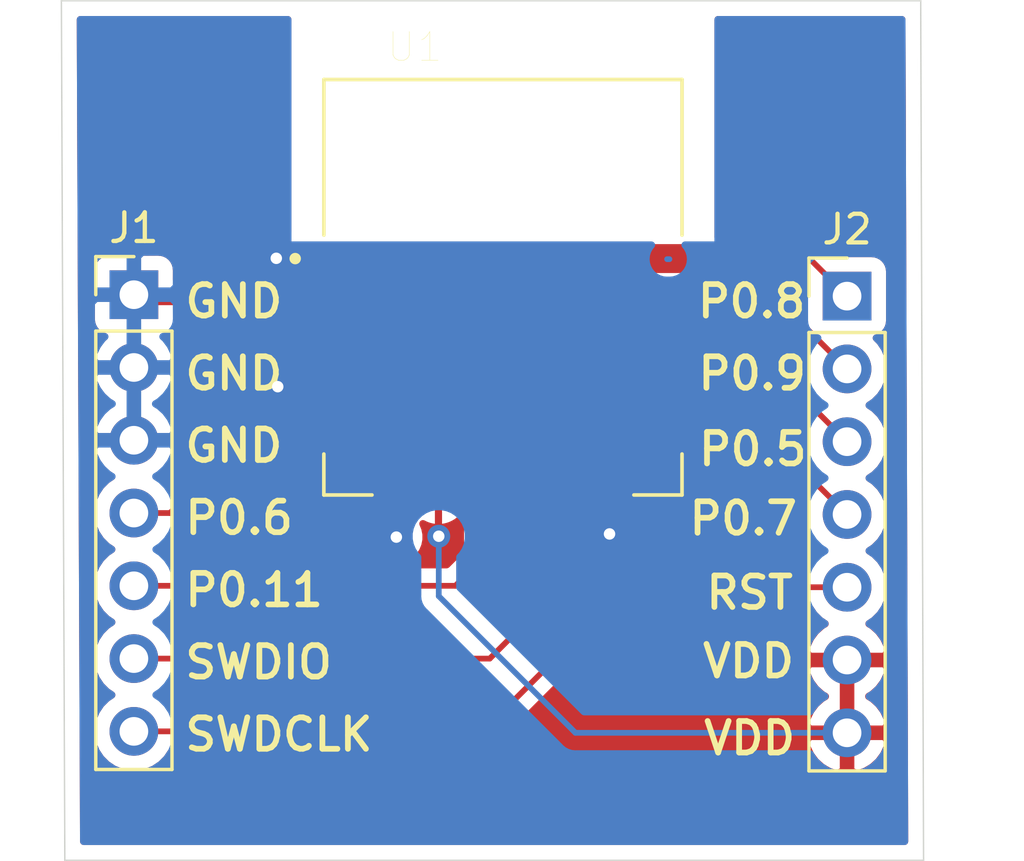
<source format=kicad_pcb>
(kicad_pcb (version 20171130) (host pcbnew "(5.1.9-0-10_14)")

  (general
    (thickness 1.6)
    (drawings 18)
    (tracks 47)
    (zones 0)
    (modules 3)
    (nets 12)
  )

  (page A4)
  (layers
    (0 F.Cu signal)
    (31 B.Cu signal)
    (33 F.Adhes user)
    (35 F.Paste user)
    (37 F.SilkS user)
    (38 B.Mask user)
    (39 F.Mask user)
    (40 Dwgs.User user)
    (41 Cmts.User user)
    (42 Eco1.User user)
    (43 Eco2.User user)
    (44 Edge.Cuts user)
    (45 Margin user)
    (46 B.CrtYd user)
    (47 F.CrtYd user)
    (49 F.Fab user)
  )

  (setup
    (last_trace_width 0.2)
    (user_trace_width 0.2)
    (trace_clearance 0.2)
    (zone_clearance 0.508)
    (zone_45_only no)
    (trace_min 0.2)
    (via_size 0.8)
    (via_drill 0.4)
    (via_min_size 0.4)
    (via_min_drill 0.3)
    (uvia_size 0.3)
    (uvia_drill 0.1)
    (uvias_allowed no)
    (uvia_min_size 0.2)
    (uvia_min_drill 0.1)
    (edge_width 0.05)
    (segment_width 0.2)
    (pcb_text_width 0.3)
    (pcb_text_size 1.5 1.5)
    (mod_edge_width 0.12)
    (mod_text_size 1 1)
    (mod_text_width 0.15)
    (pad_size 1.524 1.524)
    (pad_drill 0.762)
    (pad_to_mask_clearance 0)
    (aux_axis_origin 0 0)
    (visible_elements FFFFFF7F)
    (pcbplotparams
      (layerselection 0x010fc_ffffffff)
      (usegerberextensions false)
      (usegerberattributes true)
      (usegerberadvancedattributes true)
      (creategerberjobfile true)
      (excludeedgelayer true)
      (linewidth 0.100000)
      (plotframeref false)
      (viasonmask false)
      (mode 1)
      (useauxorigin false)
      (hpglpennumber 1)
      (hpglpenspeed 20)
      (hpglpendiameter 15.000000)
      (psnegative false)
      (psa4output false)
      (plotreference true)
      (plotvalue true)
      (plotinvisibletext false)
      (padsonsilk false)
      (subtractmaskfromsilk false)
      (outputformat 1)
      (mirror false)
      (drillshape 1)
      (scaleselection 1)
      (outputdirectory ""))
  )

  (net 0 "")
  (net 1 /J5_P0_6)
  (net 2 VDD)
  (net 3 /J8_P0_11)
  (net 4 /J9_P010_SWDIO)
  (net 5 GND)
  (net 6 /J10_P02_SWDCLK)
  (net 7 /J12_P00_RST)
  (net 8 /J16_P0_7)
  (net 9 /J14_P05_RXTX)
  (net 10 /J16_P0_8)
  (net 11 /J15_P0_9)

  (net_class Default "This is the default net class."
    (clearance 0.2)
    (trace_width 0.25)
    (via_dia 0.8)
    (via_drill 0.4)
    (uvia_dia 0.3)
    (uvia_drill 0.1)
    (add_net /J10_P02_SWDCLK)
    (add_net /J12_P00_RST)
    (add_net /J14_P05_RXTX)
    (add_net /J15_P0_9)
    (add_net /J16_P0_7)
    (add_net /J16_P0_8)
    (add_net /J5_P0_6)
    (add_net /J8_P0_11)
    (add_net /J9_P010_SWDIO)
    (add_net GND)
    (add_net VDD)
  )

  (module DA14531MOD-00F01002:XCVR_DA14531MOD-00F01002 (layer F.Cu) (tedit 602E4B8F) (tstamp 602EAB23)
    (at 91.33 80.08)
    (path /602E502B)
    (fp_text reference U1 (at -3.075 -8.385) (layer F.SilkS)
      (effects (font (size 1 1) (thickness 0.015)))
    )
    (fp_text value DA14531MOD-00F01002 (at 8.99 8.865) (layer F.Fab)
      (effects (font (size 1 1) (thickness 0.015)))
    )
    (fp_poly (pts (xy -5.65 -1.5) (xy -6.25 -1.5) (xy -6.276168 -1.499315) (xy -6.302264 -1.497261)
      (xy -6.328217 -1.493844) (xy -6.353956 -1.489074) (xy -6.37941 -1.482963) (xy -6.404508 -1.475528)
      (xy -6.429184 -1.46679) (xy -6.453368 -1.456773) (xy -6.476995 -1.445503) (xy -6.5 -1.433013)
      (xy -6.52232 -1.419335) (xy -6.543893 -1.404508) (xy -6.56466 -1.388573) (xy -6.584565 -1.371572)
      (xy -6.603553 -1.353553) (xy -6.621572 -1.334565) (xy -6.638573 -1.31466) (xy -6.654508 -1.293893)
      (xy -6.669335 -1.27232) (xy -6.683013 -1.25) (xy -6.695503 -1.226995) (xy -6.706773 -1.203368)
      (xy -6.71679 -1.179184) (xy -6.725528 -1.154508) (xy -6.732963 -1.12941) (xy -6.739074 -1.103956)
      (xy -6.743844 -1.078217) (xy -6.747261 -1.052264) (xy -6.749315 -1.026168) (xy -6.75 -1)
      (xy -6.749315 -0.973832) (xy -6.747261 -0.947736) (xy -6.743844 -0.921783) (xy -6.739074 -0.896044)
      (xy -6.732963 -0.87059) (xy -6.725528 -0.845492) (xy -6.71679 -0.820816) (xy -6.706773 -0.796632)
      (xy -6.695503 -0.773005) (xy -6.683013 -0.75) (xy -6.669335 -0.72768) (xy -6.654508 -0.706107)
      (xy -6.638573 -0.68534) (xy -6.621572 -0.665435) (xy -6.603553 -0.646447) (xy -6.584565 -0.628428)
      (xy -6.56466 -0.611427) (xy -6.543893 -0.595492) (xy -6.52232 -0.580665) (xy -6.5 -0.566987)
      (xy -6.476995 -0.554497) (xy -6.453368 -0.543227) (xy -6.429184 -0.53321) (xy -6.404508 -0.524472)
      (xy -6.37941 -0.517037) (xy -6.353956 -0.510926) (xy -6.328217 -0.506156) (xy -6.302264 -0.502739)
      (xy -6.276168 -0.500685) (xy -6.25 -0.5) (xy -5.65 -0.5) (xy -5.65 -1.5)) (layer F.Cu) (width 0.01))
    (fp_poly (pts (xy -5.65 -1.5) (xy -6.25 -1.5) (xy -6.276168 -1.499315) (xy -6.302264 -1.497261)
      (xy -6.328217 -1.493844) (xy -6.353956 -1.489074) (xy -6.37941 -1.482963) (xy -6.404508 -1.475528)
      (xy -6.429184 -1.46679) (xy -6.453368 -1.456773) (xy -6.476995 -1.445503) (xy -6.5 -1.433013)
      (xy -6.52232 -1.419335) (xy -6.543893 -1.404508) (xy -6.56466 -1.388573) (xy -6.584565 -1.371572)
      (xy -6.603553 -1.353553) (xy -6.621572 -1.334565) (xy -6.638573 -1.31466) (xy -6.654508 -1.293893)
      (xy -6.669335 -1.27232) (xy -6.683013 -1.25) (xy -6.695503 -1.226995) (xy -6.706773 -1.203368)
      (xy -6.71679 -1.179184) (xy -6.725528 -1.154508) (xy -6.732963 -1.12941) (xy -6.739074 -1.103956)
      (xy -6.743844 -1.078217) (xy -6.747261 -1.052264) (xy -6.749315 -1.026168) (xy -6.75 -1)
      (xy -6.749315 -0.973832) (xy -6.747261 -0.947736) (xy -6.743844 -0.921783) (xy -6.739074 -0.896044)
      (xy -6.732963 -0.87059) (xy -6.725528 -0.845492) (xy -6.71679 -0.820816) (xy -6.706773 -0.796632)
      (xy -6.695503 -0.773005) (xy -6.683013 -0.75) (xy -6.669335 -0.72768) (xy -6.654508 -0.706107)
      (xy -6.638573 -0.68534) (xy -6.621572 -0.665435) (xy -6.603553 -0.646447) (xy -6.584565 -0.628428)
      (xy -6.56466 -0.611427) (xy -6.543893 -0.595492) (xy -6.52232 -0.580665) (xy -6.5 -0.566987)
      (xy -6.476995 -0.554497) (xy -6.453368 -0.543227) (xy -6.429184 -0.53321) (xy -6.404508 -0.524472)
      (xy -6.37941 -0.517037) (xy -6.353956 -0.510926) (xy -6.328217 -0.506156) (xy -6.302264 -0.502739)
      (xy -6.276168 -0.500685) (xy -6.25 -0.5) (xy -5.65 -0.5) (xy -5.65 -1.5)) (layer F.Paste) (width 0.01))
    (fp_poly (pts (xy -4.75 0) (xy -6.25 0) (xy -6.276168 0.000685) (xy -6.302264 0.002739)
      (xy -6.328217 0.006156) (xy -6.353956 0.010926) (xy -6.37941 0.017037) (xy -6.404508 0.024472)
      (xy -6.429184 0.03321) (xy -6.453368 0.043227) (xy -6.476995 0.054497) (xy -6.5 0.066987)
      (xy -6.52232 0.080665) (xy -6.543893 0.095492) (xy -6.56466 0.111427) (xy -6.584565 0.128428)
      (xy -6.603553 0.146447) (xy -6.621572 0.165435) (xy -6.638573 0.18534) (xy -6.654508 0.206107)
      (xy -6.669335 0.22768) (xy -6.683013 0.25) (xy -6.695503 0.273005) (xy -6.706773 0.296632)
      (xy -6.71679 0.320816) (xy -6.725528 0.345492) (xy -6.732963 0.37059) (xy -6.739074 0.396044)
      (xy -6.743844 0.421783) (xy -6.747261 0.447736) (xy -6.749315 0.473832) (xy -6.75 0.5)
      (xy -6.749315 0.526168) (xy -6.747261 0.552264) (xy -6.743844 0.578217) (xy -6.739074 0.603956)
      (xy -6.732963 0.62941) (xy -6.725528 0.654508) (xy -6.71679 0.679184) (xy -6.706773 0.703368)
      (xy -6.695503 0.726995) (xy -6.683013 0.75) (xy -6.669335 0.77232) (xy -6.654508 0.793893)
      (xy -6.638573 0.81466) (xy -6.621572 0.834565) (xy -6.603553 0.853553) (xy -6.584565 0.871572)
      (xy -6.56466 0.888573) (xy -6.543893 0.904508) (xy -6.52232 0.919335) (xy -6.5 0.933013)
      (xy -6.476995 0.945503) (xy -6.453368 0.956773) (xy -6.429184 0.96679) (xy -6.404508 0.975528)
      (xy -6.37941 0.982963) (xy -6.353956 0.989074) (xy -6.328217 0.993844) (xy -6.302264 0.997261)
      (xy -6.276168 0.999315) (xy -6.25 1) (xy -4.75 1) (xy -4.75 0)) (layer F.Cu) (width 0.01))
    (fp_poly (pts (xy -4.75 0) (xy -6.25 0) (xy -6.276168 0.000685) (xy -6.302264 0.002739)
      (xy -6.328217 0.006156) (xy -6.353956 0.010926) (xy -6.37941 0.017037) (xy -6.404508 0.024472)
      (xy -6.429184 0.03321) (xy -6.453368 0.043227) (xy -6.476995 0.054497) (xy -6.5 0.066987)
      (xy -6.52232 0.080665) (xy -6.543893 0.095492) (xy -6.56466 0.111427) (xy -6.584565 0.128428)
      (xy -6.603553 0.146447) (xy -6.621572 0.165435) (xy -6.638573 0.18534) (xy -6.654508 0.206107)
      (xy -6.669335 0.22768) (xy -6.683013 0.25) (xy -6.695503 0.273005) (xy -6.706773 0.296632)
      (xy -6.71679 0.320816) (xy -6.725528 0.345492) (xy -6.732963 0.37059) (xy -6.739074 0.396044)
      (xy -6.743844 0.421783) (xy -6.747261 0.447736) (xy -6.749315 0.473832) (xy -6.75 0.5)
      (xy -6.749315 0.526168) (xy -6.747261 0.552264) (xy -6.743844 0.578217) (xy -6.739074 0.603956)
      (xy -6.732963 0.62941) (xy -6.725528 0.654508) (xy -6.71679 0.679184) (xy -6.706773 0.703368)
      (xy -6.695503 0.726995) (xy -6.683013 0.75) (xy -6.669335 0.77232) (xy -6.654508 0.793893)
      (xy -6.638573 0.81466) (xy -6.621572 0.834565) (xy -6.603553 0.853553) (xy -6.584565 0.871572)
      (xy -6.56466 0.888573) (xy -6.543893 0.904508) (xy -6.52232 0.919335) (xy -6.5 0.933013)
      (xy -6.476995 0.945503) (xy -6.453368 0.956773) (xy -6.429184 0.96679) (xy -6.404508 0.975528)
      (xy -6.37941 0.982963) (xy -6.353956 0.989074) (xy -6.328217 0.993844) (xy -6.302264 0.997261)
      (xy -6.276168 0.999315) (xy -6.25 1) (xy -4.75 1) (xy -4.75 0)) (layer F.Paste) (width 0.01))
    (fp_poly (pts (xy -4.75 1.5) (xy -6.25 1.5) (xy -6.276168 1.500685) (xy -6.302264 1.502739)
      (xy -6.328217 1.506156) (xy -6.353956 1.510926) (xy -6.37941 1.517037) (xy -6.404508 1.524472)
      (xy -6.429184 1.53321) (xy -6.453368 1.543227) (xy -6.476995 1.554497) (xy -6.5 1.566987)
      (xy -6.52232 1.580665) (xy -6.543893 1.595492) (xy -6.56466 1.611427) (xy -6.584565 1.628428)
      (xy -6.603553 1.646447) (xy -6.621572 1.665435) (xy -6.638573 1.68534) (xy -6.654508 1.706107)
      (xy -6.669335 1.72768) (xy -6.683013 1.75) (xy -6.695503 1.773005) (xy -6.706773 1.796632)
      (xy -6.71679 1.820816) (xy -6.725528 1.845492) (xy -6.732963 1.87059) (xy -6.739074 1.896044)
      (xy -6.743844 1.921783) (xy -6.747261 1.947736) (xy -6.749315 1.973832) (xy -6.75 2)
      (xy -6.749315 2.026168) (xy -6.747261 2.052264) (xy -6.743844 2.078217) (xy -6.739074 2.103956)
      (xy -6.732963 2.12941) (xy -6.725528 2.154508) (xy -6.71679 2.179184) (xy -6.706773 2.203368)
      (xy -6.695503 2.226995) (xy -6.683013 2.25) (xy -6.669335 2.27232) (xy -6.654508 2.293893)
      (xy -6.638573 2.31466) (xy -6.621572 2.334565) (xy -6.603553 2.353553) (xy -6.584565 2.371572)
      (xy -6.56466 2.388573) (xy -6.543893 2.404508) (xy -6.52232 2.419335) (xy -6.5 2.433013)
      (xy -6.476995 2.445503) (xy -6.453368 2.456773) (xy -6.429184 2.46679) (xy -6.404508 2.475528)
      (xy -6.37941 2.482963) (xy -6.353956 2.489074) (xy -6.328217 2.493844) (xy -6.302264 2.497261)
      (xy -6.276168 2.499315) (xy -6.25 2.5) (xy -4.75 2.5) (xy -4.75 1.5)) (layer F.Cu) (width 0.01))
    (fp_poly (pts (xy -4.75 1.5) (xy -6.25 1.5) (xy -6.276168 1.500685) (xy -6.302264 1.502739)
      (xy -6.328217 1.506156) (xy -6.353956 1.510926) (xy -6.37941 1.517037) (xy -6.404508 1.524472)
      (xy -6.429184 1.53321) (xy -6.453368 1.543227) (xy -6.476995 1.554497) (xy -6.5 1.566987)
      (xy -6.52232 1.580665) (xy -6.543893 1.595492) (xy -6.56466 1.611427) (xy -6.584565 1.628428)
      (xy -6.603553 1.646447) (xy -6.621572 1.665435) (xy -6.638573 1.68534) (xy -6.654508 1.706107)
      (xy -6.669335 1.72768) (xy -6.683013 1.75) (xy -6.695503 1.773005) (xy -6.706773 1.796632)
      (xy -6.71679 1.820816) (xy -6.725528 1.845492) (xy -6.732963 1.87059) (xy -6.739074 1.896044)
      (xy -6.743844 1.921783) (xy -6.747261 1.947736) (xy -6.749315 1.973832) (xy -6.75 2)
      (xy -6.749315 2.026168) (xy -6.747261 2.052264) (xy -6.743844 2.078217) (xy -6.739074 2.103956)
      (xy -6.732963 2.12941) (xy -6.725528 2.154508) (xy -6.71679 2.179184) (xy -6.706773 2.203368)
      (xy -6.695503 2.226995) (xy -6.683013 2.25) (xy -6.669335 2.27232) (xy -6.654508 2.293893)
      (xy -6.638573 2.31466) (xy -6.621572 2.334565) (xy -6.603553 2.353553) (xy -6.584565 2.371572)
      (xy -6.56466 2.388573) (xy -6.543893 2.404508) (xy -6.52232 2.419335) (xy -6.5 2.433013)
      (xy -6.476995 2.445503) (xy -6.453368 2.456773) (xy -6.429184 2.46679) (xy -6.404508 2.475528)
      (xy -6.37941 2.482963) (xy -6.353956 2.489074) (xy -6.328217 2.493844) (xy -6.302264 2.497261)
      (xy -6.276168 2.499315) (xy -6.25 2.5) (xy -4.75 2.5) (xy -4.75 1.5)) (layer F.Paste) (width 0.01))
    (fp_poly (pts (xy -4.75 3) (xy -6.25 3) (xy -6.276168 3.000685) (xy -6.302264 3.002739)
      (xy -6.328217 3.006156) (xy -6.353956 3.010926) (xy -6.37941 3.017037) (xy -6.404508 3.024472)
      (xy -6.429184 3.03321) (xy -6.453368 3.043227) (xy -6.476995 3.054497) (xy -6.5 3.066987)
      (xy -6.52232 3.080665) (xy -6.543893 3.095492) (xy -6.56466 3.111427) (xy -6.584565 3.128428)
      (xy -6.603553 3.146447) (xy -6.621572 3.165435) (xy -6.638573 3.18534) (xy -6.654508 3.206107)
      (xy -6.669335 3.22768) (xy -6.683013 3.25) (xy -6.695503 3.273005) (xy -6.706773 3.296632)
      (xy -6.71679 3.320816) (xy -6.725528 3.345492) (xy -6.732963 3.37059) (xy -6.739074 3.396044)
      (xy -6.743844 3.421783) (xy -6.747261 3.447736) (xy -6.749315 3.473832) (xy -6.75 3.5)
      (xy -6.749315 3.526168) (xy -6.747261 3.552264) (xy -6.743844 3.578217) (xy -6.739074 3.603956)
      (xy -6.732963 3.62941) (xy -6.725528 3.654508) (xy -6.71679 3.679184) (xy -6.706773 3.703368)
      (xy -6.695503 3.726995) (xy -6.683013 3.75) (xy -6.669335 3.77232) (xy -6.654508 3.793893)
      (xy -6.638573 3.81466) (xy -6.621572 3.834565) (xy -6.603553 3.853553) (xy -6.584565 3.871572)
      (xy -6.56466 3.888573) (xy -6.543893 3.904508) (xy -6.52232 3.919335) (xy -6.5 3.933013)
      (xy -6.476995 3.945503) (xy -6.453368 3.956773) (xy -6.429184 3.96679) (xy -6.404508 3.975528)
      (xy -6.37941 3.982963) (xy -6.353956 3.989074) (xy -6.328217 3.993844) (xy -6.302264 3.997261)
      (xy -6.276168 3.999315) (xy -6.25 4) (xy -4.75 4) (xy -4.75 3)) (layer F.Cu) (width 0.01))
    (fp_poly (pts (xy -4.75 3) (xy -6.25 3) (xy -6.276168 3.000685) (xy -6.302264 3.002739)
      (xy -6.328217 3.006156) (xy -6.353956 3.010926) (xy -6.37941 3.017037) (xy -6.404508 3.024472)
      (xy -6.429184 3.03321) (xy -6.453368 3.043227) (xy -6.476995 3.054497) (xy -6.5 3.066987)
      (xy -6.52232 3.080665) (xy -6.543893 3.095492) (xy -6.56466 3.111427) (xy -6.584565 3.128428)
      (xy -6.603553 3.146447) (xy -6.621572 3.165435) (xy -6.638573 3.18534) (xy -6.654508 3.206107)
      (xy -6.669335 3.22768) (xy -6.683013 3.25) (xy -6.695503 3.273005) (xy -6.706773 3.296632)
      (xy -6.71679 3.320816) (xy -6.725528 3.345492) (xy -6.732963 3.37059) (xy -6.739074 3.396044)
      (xy -6.743844 3.421783) (xy -6.747261 3.447736) (xy -6.749315 3.473832) (xy -6.75 3.5)
      (xy -6.749315 3.526168) (xy -6.747261 3.552264) (xy -6.743844 3.578217) (xy -6.739074 3.603956)
      (xy -6.732963 3.62941) (xy -6.725528 3.654508) (xy -6.71679 3.679184) (xy -6.706773 3.703368)
      (xy -6.695503 3.726995) (xy -6.683013 3.75) (xy -6.669335 3.77232) (xy -6.654508 3.793893)
      (xy -6.638573 3.81466) (xy -6.621572 3.834565) (xy -6.603553 3.853553) (xy -6.584565 3.871572)
      (xy -6.56466 3.888573) (xy -6.543893 3.904508) (xy -6.52232 3.919335) (xy -6.5 3.933013)
      (xy -6.476995 3.945503) (xy -6.453368 3.956773) (xy -6.429184 3.96679) (xy -6.404508 3.975528)
      (xy -6.37941 3.982963) (xy -6.353956 3.989074) (xy -6.328217 3.993844) (xy -6.302264 3.997261)
      (xy -6.276168 3.999315) (xy -6.25 4) (xy -4.75 4) (xy -4.75 3)) (layer F.Paste) (width 0.01))
    (fp_poly (pts (xy -4.75 4.5) (xy -6.25 4.5) (xy -6.276168 4.500685) (xy -6.302264 4.502739)
      (xy -6.328217 4.506156) (xy -6.353956 4.510926) (xy -6.37941 4.517037) (xy -6.404508 4.524472)
      (xy -6.429184 4.53321) (xy -6.453368 4.543227) (xy -6.476995 4.554497) (xy -6.5 4.566987)
      (xy -6.52232 4.580665) (xy -6.543893 4.595492) (xy -6.56466 4.611427) (xy -6.584565 4.628428)
      (xy -6.603553 4.646447) (xy -6.621572 4.665435) (xy -6.638573 4.68534) (xy -6.654508 4.706107)
      (xy -6.669335 4.72768) (xy -6.683013 4.75) (xy -6.695503 4.773005) (xy -6.706773 4.796632)
      (xy -6.71679 4.820816) (xy -6.725528 4.845492) (xy -6.732963 4.87059) (xy -6.739074 4.896044)
      (xy -6.743844 4.921783) (xy -6.747261 4.947736) (xy -6.749315 4.973832) (xy -6.75 5)
      (xy -6.749315 5.026168) (xy -6.747261 5.052264) (xy -6.743844 5.078217) (xy -6.739074 5.103956)
      (xy -6.732963 5.12941) (xy -6.725528 5.154508) (xy -6.71679 5.179184) (xy -6.706773 5.203368)
      (xy -6.695503 5.226995) (xy -6.683013 5.25) (xy -6.669335 5.27232) (xy -6.654508 5.293893)
      (xy -6.638573 5.31466) (xy -6.621572 5.334565) (xy -6.603553 5.353553) (xy -6.584565 5.371572)
      (xy -6.56466 5.388573) (xy -6.543893 5.404508) (xy -6.52232 5.419335) (xy -6.5 5.433013)
      (xy -6.476995 5.445503) (xy -6.453368 5.456773) (xy -6.429184 5.46679) (xy -6.404508 5.475528)
      (xy -6.37941 5.482963) (xy -6.353956 5.489074) (xy -6.328217 5.493844) (xy -6.302264 5.497261)
      (xy -6.276168 5.499315) (xy -6.25 5.5) (xy -4.75 5.5) (xy -4.75 4.5)) (layer F.Cu) (width 0.01))
    (fp_poly (pts (xy -4.75 4.5) (xy -6.25 4.5) (xy -6.276168 4.500685) (xy -6.302264 4.502739)
      (xy -6.328217 4.506156) (xy -6.353956 4.510926) (xy -6.37941 4.517037) (xy -6.404508 4.524472)
      (xy -6.429184 4.53321) (xy -6.453368 4.543227) (xy -6.476995 4.554497) (xy -6.5 4.566987)
      (xy -6.52232 4.580665) (xy -6.543893 4.595492) (xy -6.56466 4.611427) (xy -6.584565 4.628428)
      (xy -6.603553 4.646447) (xy -6.621572 4.665435) (xy -6.638573 4.68534) (xy -6.654508 4.706107)
      (xy -6.669335 4.72768) (xy -6.683013 4.75) (xy -6.695503 4.773005) (xy -6.706773 4.796632)
      (xy -6.71679 4.820816) (xy -6.725528 4.845492) (xy -6.732963 4.87059) (xy -6.739074 4.896044)
      (xy -6.743844 4.921783) (xy -6.747261 4.947736) (xy -6.749315 4.973832) (xy -6.75 5)
      (xy -6.749315 5.026168) (xy -6.747261 5.052264) (xy -6.743844 5.078217) (xy -6.739074 5.103956)
      (xy -6.732963 5.12941) (xy -6.725528 5.154508) (xy -6.71679 5.179184) (xy -6.706773 5.203368)
      (xy -6.695503 5.226995) (xy -6.683013 5.25) (xy -6.669335 5.27232) (xy -6.654508 5.293893)
      (xy -6.638573 5.31466) (xy -6.621572 5.334565) (xy -6.603553 5.353553) (xy -6.584565 5.371572)
      (xy -6.56466 5.388573) (xy -6.543893 5.404508) (xy -6.52232 5.419335) (xy -6.5 5.433013)
      (xy -6.476995 5.445503) (xy -6.453368 5.456773) (xy -6.429184 5.46679) (xy -6.404508 5.475528)
      (xy -6.37941 5.482963) (xy -6.353956 5.489074) (xy -6.328217 5.493844) (xy -6.302264 5.497261)
      (xy -6.276168 5.499315) (xy -6.25 5.5) (xy -4.75 5.5) (xy -4.75 4.5)) (layer F.Paste) (width 0.01))
    (fp_poly (pts (xy -4.25 5.75) (xy -4.25 7.25) (xy -4.249315 7.276168) (xy -4.247261 7.302264)
      (xy -4.243844 7.328217) (xy -4.239074 7.353956) (xy -4.232963 7.37941) (xy -4.225528 7.404508)
      (xy -4.21679 7.429184) (xy -4.206773 7.453368) (xy -4.195503 7.476995) (xy -4.183013 7.5)
      (xy -4.169335 7.52232) (xy -4.154508 7.543893) (xy -4.138573 7.56466) (xy -4.121572 7.584565)
      (xy -4.103553 7.603553) (xy -4.084565 7.621572) (xy -4.06466 7.638573) (xy -4.043893 7.654508)
      (xy -4.02232 7.669335) (xy -4 7.683013) (xy -3.976995 7.695503) (xy -3.953368 7.706773)
      (xy -3.929184 7.71679) (xy -3.904508 7.725528) (xy -3.87941 7.732963) (xy -3.853956 7.739074)
      (xy -3.828217 7.743844) (xy -3.802264 7.747261) (xy -3.776168 7.749315) (xy -3.75 7.75)
      (xy -3.723832 7.749315) (xy -3.697736 7.747261) (xy -3.671783 7.743844) (xy -3.646044 7.739074)
      (xy -3.62059 7.732963) (xy -3.595492 7.725528) (xy -3.570816 7.71679) (xy -3.546632 7.706773)
      (xy -3.523005 7.695503) (xy -3.5 7.683013) (xy -3.47768 7.669335) (xy -3.456107 7.654508)
      (xy -3.43534 7.638573) (xy -3.415435 7.621572) (xy -3.396447 7.603553) (xy -3.378428 7.584565)
      (xy -3.361427 7.56466) (xy -3.345492 7.543893) (xy -3.330665 7.52232) (xy -3.316987 7.5)
      (xy -3.304497 7.476995) (xy -3.293227 7.453368) (xy -3.28321 7.429184) (xy -3.274472 7.404508)
      (xy -3.267037 7.37941) (xy -3.260926 7.353956) (xy -3.256156 7.328217) (xy -3.252739 7.302264)
      (xy -3.250685 7.276168) (xy -3.25 7.25) (xy -3.25 5.75) (xy -4.25 5.75)) (layer F.Cu) (width 0.01))
    (fp_poly (pts (xy -4.25 5.75) (xy -4.25 7.25) (xy -4.249315 7.276168) (xy -4.247261 7.302264)
      (xy -4.243844 7.328217) (xy -4.239074 7.353956) (xy -4.232963 7.37941) (xy -4.225528 7.404508)
      (xy -4.21679 7.429184) (xy -4.206773 7.453368) (xy -4.195503 7.476995) (xy -4.183013 7.5)
      (xy -4.169335 7.52232) (xy -4.154508 7.543893) (xy -4.138573 7.56466) (xy -4.121572 7.584565)
      (xy -4.103553 7.603553) (xy -4.084565 7.621572) (xy -4.06466 7.638573) (xy -4.043893 7.654508)
      (xy -4.02232 7.669335) (xy -4 7.683013) (xy -3.976995 7.695503) (xy -3.953368 7.706773)
      (xy -3.929184 7.71679) (xy -3.904508 7.725528) (xy -3.87941 7.732963) (xy -3.853956 7.739074)
      (xy -3.828217 7.743844) (xy -3.802264 7.747261) (xy -3.776168 7.749315) (xy -3.75 7.75)
      (xy -3.723832 7.749315) (xy -3.697736 7.747261) (xy -3.671783 7.743844) (xy -3.646044 7.739074)
      (xy -3.62059 7.732963) (xy -3.595492 7.725528) (xy -3.570816 7.71679) (xy -3.546632 7.706773)
      (xy -3.523005 7.695503) (xy -3.5 7.683013) (xy -3.47768 7.669335) (xy -3.456107 7.654508)
      (xy -3.43534 7.638573) (xy -3.415435 7.621572) (xy -3.396447 7.603553) (xy -3.378428 7.584565)
      (xy -3.361427 7.56466) (xy -3.345492 7.543893) (xy -3.330665 7.52232) (xy -3.316987 7.5)
      (xy -3.304497 7.476995) (xy -3.293227 7.453368) (xy -3.28321 7.429184) (xy -3.274472 7.404508)
      (xy -3.267037 7.37941) (xy -3.260926 7.353956) (xy -3.256156 7.328217) (xy -3.252739 7.302264)
      (xy -3.250685 7.276168) (xy -3.25 7.25) (xy -3.25 5.75) (xy -4.25 5.75)) (layer F.Paste) (width 0.01))
    (fp_poly (pts (xy -2.75 5.75) (xy -2.75 7.25) (xy -2.749315 7.276168) (xy -2.747261 7.302264)
      (xy -2.743844 7.328217) (xy -2.739074 7.353956) (xy -2.732963 7.37941) (xy -2.725528 7.404508)
      (xy -2.71679 7.429184) (xy -2.706773 7.453368) (xy -2.695503 7.476995) (xy -2.683013 7.5)
      (xy -2.669335 7.52232) (xy -2.654508 7.543893) (xy -2.638573 7.56466) (xy -2.621572 7.584565)
      (xy -2.603553 7.603553) (xy -2.584565 7.621572) (xy -2.56466 7.638573) (xy -2.543893 7.654508)
      (xy -2.52232 7.669335) (xy -2.5 7.683013) (xy -2.476995 7.695503) (xy -2.453368 7.706773)
      (xy -2.429184 7.71679) (xy -2.404508 7.725528) (xy -2.37941 7.732963) (xy -2.353956 7.739074)
      (xy -2.328217 7.743844) (xy -2.302264 7.747261) (xy -2.276168 7.749315) (xy -2.25 7.75)
      (xy -2.223832 7.749315) (xy -2.197736 7.747261) (xy -2.171783 7.743844) (xy -2.146044 7.739074)
      (xy -2.12059 7.732963) (xy -2.095492 7.725528) (xy -2.070816 7.71679) (xy -2.046632 7.706773)
      (xy -2.023005 7.695503) (xy -2 7.683013) (xy -1.97768 7.669335) (xy -1.956107 7.654508)
      (xy -1.93534 7.638573) (xy -1.915435 7.621572) (xy -1.896447 7.603553) (xy -1.878428 7.584565)
      (xy -1.861427 7.56466) (xy -1.845492 7.543893) (xy -1.830665 7.52232) (xy -1.816987 7.5)
      (xy -1.804497 7.476995) (xy -1.793227 7.453368) (xy -1.78321 7.429184) (xy -1.774472 7.404508)
      (xy -1.767037 7.37941) (xy -1.760926 7.353956) (xy -1.756156 7.328217) (xy -1.752739 7.302264)
      (xy -1.750685 7.276168) (xy -1.75 7.25) (xy -1.75 5.75) (xy -2.75 5.75)) (layer F.Cu) (width 0.01))
    (fp_poly (pts (xy -2.75 5.75) (xy -2.75 7.25) (xy -2.749315 7.276168) (xy -2.747261 7.302264)
      (xy -2.743844 7.328217) (xy -2.739074 7.353956) (xy -2.732963 7.37941) (xy -2.725528 7.404508)
      (xy -2.71679 7.429184) (xy -2.706773 7.453368) (xy -2.695503 7.476995) (xy -2.683013 7.5)
      (xy -2.669335 7.52232) (xy -2.654508 7.543893) (xy -2.638573 7.56466) (xy -2.621572 7.584565)
      (xy -2.603553 7.603553) (xy -2.584565 7.621572) (xy -2.56466 7.638573) (xy -2.543893 7.654508)
      (xy -2.52232 7.669335) (xy -2.5 7.683013) (xy -2.476995 7.695503) (xy -2.453368 7.706773)
      (xy -2.429184 7.71679) (xy -2.404508 7.725528) (xy -2.37941 7.732963) (xy -2.353956 7.739074)
      (xy -2.328217 7.743844) (xy -2.302264 7.747261) (xy -2.276168 7.749315) (xy -2.25 7.75)
      (xy -2.223832 7.749315) (xy -2.197736 7.747261) (xy -2.171783 7.743844) (xy -2.146044 7.739074)
      (xy -2.12059 7.732963) (xy -2.095492 7.725528) (xy -2.070816 7.71679) (xy -2.046632 7.706773)
      (xy -2.023005 7.695503) (xy -2 7.683013) (xy -1.97768 7.669335) (xy -1.956107 7.654508)
      (xy -1.93534 7.638573) (xy -1.915435 7.621572) (xy -1.896447 7.603553) (xy -1.878428 7.584565)
      (xy -1.861427 7.56466) (xy -1.845492 7.543893) (xy -1.830665 7.52232) (xy -1.816987 7.5)
      (xy -1.804497 7.476995) (xy -1.793227 7.453368) (xy -1.78321 7.429184) (xy -1.774472 7.404508)
      (xy -1.767037 7.37941) (xy -1.760926 7.353956) (xy -1.756156 7.328217) (xy -1.752739 7.302264)
      (xy -1.750685 7.276168) (xy -1.75 7.25) (xy -1.75 5.75) (xy -2.75 5.75)) (layer F.Paste) (width 0.01))
    (fp_poly (pts (xy -1.25 5.75) (xy -1.25 7.25) (xy -1.249315 7.276168) (xy -1.247261 7.302264)
      (xy -1.243844 7.328217) (xy -1.239074 7.353956) (xy -1.232963 7.37941) (xy -1.225528 7.404508)
      (xy -1.21679 7.429184) (xy -1.206773 7.453368) (xy -1.195503 7.476995) (xy -1.183013 7.5)
      (xy -1.169335 7.52232) (xy -1.154508 7.543893) (xy -1.138573 7.56466) (xy -1.121572 7.584565)
      (xy -1.103553 7.603553) (xy -1.084565 7.621572) (xy -1.06466 7.638573) (xy -1.043893 7.654508)
      (xy -1.02232 7.669335) (xy -1 7.683013) (xy -0.976995 7.695503) (xy -0.953368 7.706773)
      (xy -0.929184 7.71679) (xy -0.904508 7.725528) (xy -0.87941 7.732963) (xy -0.853956 7.739074)
      (xy -0.828217 7.743844) (xy -0.802264 7.747261) (xy -0.776168 7.749315) (xy -0.75 7.75)
      (xy -0.723832 7.749315) (xy -0.697736 7.747261) (xy -0.671783 7.743844) (xy -0.646044 7.739074)
      (xy -0.62059 7.732963) (xy -0.595492 7.725528) (xy -0.570816 7.71679) (xy -0.546632 7.706773)
      (xy -0.523005 7.695503) (xy -0.5 7.683013) (xy -0.47768 7.669335) (xy -0.456107 7.654508)
      (xy -0.43534 7.638573) (xy -0.415435 7.621572) (xy -0.396447 7.603553) (xy -0.378428 7.584565)
      (xy -0.361427 7.56466) (xy -0.345492 7.543893) (xy -0.330665 7.52232) (xy -0.316987 7.5)
      (xy -0.304497 7.476995) (xy -0.293227 7.453368) (xy -0.28321 7.429184) (xy -0.274472 7.404508)
      (xy -0.267037 7.37941) (xy -0.260926 7.353956) (xy -0.256156 7.328217) (xy -0.252739 7.302264)
      (xy -0.250685 7.276168) (xy -0.25 7.25) (xy -0.25 5.75) (xy -1.25 5.75)) (layer F.Cu) (width 0.01))
    (fp_poly (pts (xy -1.25 5.75) (xy -1.25 7.25) (xy -1.249315 7.276168) (xy -1.247261 7.302264)
      (xy -1.243844 7.328217) (xy -1.239074 7.353956) (xy -1.232963 7.37941) (xy -1.225528 7.404508)
      (xy -1.21679 7.429184) (xy -1.206773 7.453368) (xy -1.195503 7.476995) (xy -1.183013 7.5)
      (xy -1.169335 7.52232) (xy -1.154508 7.543893) (xy -1.138573 7.56466) (xy -1.121572 7.584565)
      (xy -1.103553 7.603553) (xy -1.084565 7.621572) (xy -1.06466 7.638573) (xy -1.043893 7.654508)
      (xy -1.02232 7.669335) (xy -1 7.683013) (xy -0.976995 7.695503) (xy -0.953368 7.706773)
      (xy -0.929184 7.71679) (xy -0.904508 7.725528) (xy -0.87941 7.732963) (xy -0.853956 7.739074)
      (xy -0.828217 7.743844) (xy -0.802264 7.747261) (xy -0.776168 7.749315) (xy -0.75 7.75)
      (xy -0.723832 7.749315) (xy -0.697736 7.747261) (xy -0.671783 7.743844) (xy -0.646044 7.739074)
      (xy -0.62059 7.732963) (xy -0.595492 7.725528) (xy -0.570816 7.71679) (xy -0.546632 7.706773)
      (xy -0.523005 7.695503) (xy -0.5 7.683013) (xy -0.47768 7.669335) (xy -0.456107 7.654508)
      (xy -0.43534 7.638573) (xy -0.415435 7.621572) (xy -0.396447 7.603553) (xy -0.378428 7.584565)
      (xy -0.361427 7.56466) (xy -0.345492 7.543893) (xy -0.330665 7.52232) (xy -0.316987 7.5)
      (xy -0.304497 7.476995) (xy -0.293227 7.453368) (xy -0.28321 7.429184) (xy -0.274472 7.404508)
      (xy -0.267037 7.37941) (xy -0.260926 7.353956) (xy -0.256156 7.328217) (xy -0.252739 7.302264)
      (xy -0.250685 7.276168) (xy -0.25 7.25) (xy -0.25 5.75) (xy -1.25 5.75)) (layer F.Paste) (width 0.01))
    (fp_poly (pts (xy 0.25 5.75) (xy 0.25 7.25) (xy 0.250685 7.276168) (xy 0.252739 7.302264)
      (xy 0.256156 7.328217) (xy 0.260926 7.353956) (xy 0.267037 7.37941) (xy 0.274472 7.404508)
      (xy 0.28321 7.429184) (xy 0.293227 7.453368) (xy 0.304497 7.476995) (xy 0.316987 7.5)
      (xy 0.330665 7.52232) (xy 0.345492 7.543893) (xy 0.361427 7.56466) (xy 0.378428 7.584565)
      (xy 0.396447 7.603553) (xy 0.415435 7.621572) (xy 0.43534 7.638573) (xy 0.456107 7.654508)
      (xy 0.47768 7.669335) (xy 0.5 7.683013) (xy 0.523005 7.695503) (xy 0.546632 7.706773)
      (xy 0.570816 7.71679) (xy 0.595492 7.725528) (xy 0.62059 7.732963) (xy 0.646044 7.739074)
      (xy 0.671783 7.743844) (xy 0.697736 7.747261) (xy 0.723832 7.749315) (xy 0.75 7.75)
      (xy 0.776168 7.749315) (xy 0.802264 7.747261) (xy 0.828217 7.743844) (xy 0.853956 7.739074)
      (xy 0.87941 7.732963) (xy 0.904508 7.725528) (xy 0.929184 7.71679) (xy 0.953368 7.706773)
      (xy 0.976995 7.695503) (xy 1 7.683013) (xy 1.02232 7.669335) (xy 1.043893 7.654508)
      (xy 1.06466 7.638573) (xy 1.084565 7.621572) (xy 1.103553 7.603553) (xy 1.121572 7.584565)
      (xy 1.138573 7.56466) (xy 1.154508 7.543893) (xy 1.169335 7.52232) (xy 1.183013 7.5)
      (xy 1.195503 7.476995) (xy 1.206773 7.453368) (xy 1.21679 7.429184) (xy 1.225528 7.404508)
      (xy 1.232963 7.37941) (xy 1.239074 7.353956) (xy 1.243844 7.328217) (xy 1.247261 7.302264)
      (xy 1.249315 7.276168) (xy 1.25 7.25) (xy 1.25 5.75) (xy 0.25 5.75)) (layer F.Cu) (width 0.01))
    (fp_poly (pts (xy 0.25 5.75) (xy 0.25 7.25) (xy 0.250685 7.276168) (xy 0.252739 7.302264)
      (xy 0.256156 7.328217) (xy 0.260926 7.353956) (xy 0.267037 7.37941) (xy 0.274472 7.404508)
      (xy 0.28321 7.429184) (xy 0.293227 7.453368) (xy 0.304497 7.476995) (xy 0.316987 7.5)
      (xy 0.330665 7.52232) (xy 0.345492 7.543893) (xy 0.361427 7.56466) (xy 0.378428 7.584565)
      (xy 0.396447 7.603553) (xy 0.415435 7.621572) (xy 0.43534 7.638573) (xy 0.456107 7.654508)
      (xy 0.47768 7.669335) (xy 0.5 7.683013) (xy 0.523005 7.695503) (xy 0.546632 7.706773)
      (xy 0.570816 7.71679) (xy 0.595492 7.725528) (xy 0.62059 7.732963) (xy 0.646044 7.739074)
      (xy 0.671783 7.743844) (xy 0.697736 7.747261) (xy 0.723832 7.749315) (xy 0.75 7.75)
      (xy 0.776168 7.749315) (xy 0.802264 7.747261) (xy 0.828217 7.743844) (xy 0.853956 7.739074)
      (xy 0.87941 7.732963) (xy 0.904508 7.725528) (xy 0.929184 7.71679) (xy 0.953368 7.706773)
      (xy 0.976995 7.695503) (xy 1 7.683013) (xy 1.02232 7.669335) (xy 1.043893 7.654508)
      (xy 1.06466 7.638573) (xy 1.084565 7.621572) (xy 1.103553 7.603553) (xy 1.121572 7.584565)
      (xy 1.138573 7.56466) (xy 1.154508 7.543893) (xy 1.169335 7.52232) (xy 1.183013 7.5)
      (xy 1.195503 7.476995) (xy 1.206773 7.453368) (xy 1.21679 7.429184) (xy 1.225528 7.404508)
      (xy 1.232963 7.37941) (xy 1.239074 7.353956) (xy 1.243844 7.328217) (xy 1.247261 7.302264)
      (xy 1.249315 7.276168) (xy 1.25 7.25) (xy 1.25 5.75) (xy 0.25 5.75)) (layer F.Paste) (width 0.01))
    (fp_poly (pts (xy 1.75 5.75) (xy 1.75 7.25) (xy 1.750685 7.276168) (xy 1.752739 7.302264)
      (xy 1.756156 7.328217) (xy 1.760926 7.353956) (xy 1.767037 7.37941) (xy 1.774472 7.404508)
      (xy 1.78321 7.429184) (xy 1.793227 7.453368) (xy 1.804497 7.476995) (xy 1.816987 7.5)
      (xy 1.830665 7.52232) (xy 1.845492 7.543893) (xy 1.861427 7.56466) (xy 1.878428 7.584565)
      (xy 1.896447 7.603553) (xy 1.915435 7.621572) (xy 1.93534 7.638573) (xy 1.956107 7.654508)
      (xy 1.97768 7.669335) (xy 2 7.683013) (xy 2.023005 7.695503) (xy 2.046632 7.706773)
      (xy 2.070816 7.71679) (xy 2.095492 7.725528) (xy 2.12059 7.732963) (xy 2.146044 7.739074)
      (xy 2.171783 7.743844) (xy 2.197736 7.747261) (xy 2.223832 7.749315) (xy 2.25 7.75)
      (xy 2.276168 7.749315) (xy 2.302264 7.747261) (xy 2.328217 7.743844) (xy 2.353956 7.739074)
      (xy 2.37941 7.732963) (xy 2.404508 7.725528) (xy 2.429184 7.71679) (xy 2.453368 7.706773)
      (xy 2.476995 7.695503) (xy 2.5 7.683013) (xy 2.52232 7.669335) (xy 2.543893 7.654508)
      (xy 2.56466 7.638573) (xy 2.584565 7.621572) (xy 2.603553 7.603553) (xy 2.621572 7.584565)
      (xy 2.638573 7.56466) (xy 2.654508 7.543893) (xy 2.669335 7.52232) (xy 2.683013 7.5)
      (xy 2.695503 7.476995) (xy 2.706773 7.453368) (xy 2.71679 7.429184) (xy 2.725528 7.404508)
      (xy 2.732963 7.37941) (xy 2.739074 7.353956) (xy 2.743844 7.328217) (xy 2.747261 7.302264)
      (xy 2.749315 7.276168) (xy 2.75 7.25) (xy 2.75 5.75) (xy 1.75 5.75)) (layer F.Cu) (width 0.01))
    (fp_poly (pts (xy 1.75 5.75) (xy 1.75 7.25) (xy 1.750685 7.276168) (xy 1.752739 7.302264)
      (xy 1.756156 7.328217) (xy 1.760926 7.353956) (xy 1.767037 7.37941) (xy 1.774472 7.404508)
      (xy 1.78321 7.429184) (xy 1.793227 7.453368) (xy 1.804497 7.476995) (xy 1.816987 7.5)
      (xy 1.830665 7.52232) (xy 1.845492 7.543893) (xy 1.861427 7.56466) (xy 1.878428 7.584565)
      (xy 1.896447 7.603553) (xy 1.915435 7.621572) (xy 1.93534 7.638573) (xy 1.956107 7.654508)
      (xy 1.97768 7.669335) (xy 2 7.683013) (xy 2.023005 7.695503) (xy 2.046632 7.706773)
      (xy 2.070816 7.71679) (xy 2.095492 7.725528) (xy 2.12059 7.732963) (xy 2.146044 7.739074)
      (xy 2.171783 7.743844) (xy 2.197736 7.747261) (xy 2.223832 7.749315) (xy 2.25 7.75)
      (xy 2.276168 7.749315) (xy 2.302264 7.747261) (xy 2.328217 7.743844) (xy 2.353956 7.739074)
      (xy 2.37941 7.732963) (xy 2.404508 7.725528) (xy 2.429184 7.71679) (xy 2.453368 7.706773)
      (xy 2.476995 7.695503) (xy 2.5 7.683013) (xy 2.52232 7.669335) (xy 2.543893 7.654508)
      (xy 2.56466 7.638573) (xy 2.584565 7.621572) (xy 2.603553 7.603553) (xy 2.621572 7.584565)
      (xy 2.638573 7.56466) (xy 2.654508 7.543893) (xy 2.669335 7.52232) (xy 2.683013 7.5)
      (xy 2.695503 7.476995) (xy 2.706773 7.453368) (xy 2.71679 7.429184) (xy 2.725528 7.404508)
      (xy 2.732963 7.37941) (xy 2.739074 7.353956) (xy 2.743844 7.328217) (xy 2.747261 7.302264)
      (xy 2.749315 7.276168) (xy 2.75 7.25) (xy 2.75 5.75) (xy 1.75 5.75)) (layer F.Paste) (width 0.01))
    (fp_poly (pts (xy 3.25 5.75) (xy 3.25 7.25) (xy 3.250685 7.276168) (xy 3.252739 7.302264)
      (xy 3.256156 7.328217) (xy 3.260926 7.353956) (xy 3.267037 7.37941) (xy 3.274472 7.404508)
      (xy 3.28321 7.429184) (xy 3.293227 7.453368) (xy 3.304497 7.476995) (xy 3.316987 7.5)
      (xy 3.330665 7.52232) (xy 3.345492 7.543893) (xy 3.361427 7.56466) (xy 3.378428 7.584565)
      (xy 3.396447 7.603553) (xy 3.415435 7.621572) (xy 3.43534 7.638573) (xy 3.456107 7.654508)
      (xy 3.47768 7.669335) (xy 3.5 7.683013) (xy 3.523005 7.695503) (xy 3.546632 7.706773)
      (xy 3.570816 7.71679) (xy 3.595492 7.725528) (xy 3.62059 7.732963) (xy 3.646044 7.739074)
      (xy 3.671783 7.743844) (xy 3.697736 7.747261) (xy 3.723832 7.749315) (xy 3.75 7.75)
      (xy 3.776168 7.749315) (xy 3.802264 7.747261) (xy 3.828217 7.743844) (xy 3.853956 7.739074)
      (xy 3.87941 7.732963) (xy 3.904508 7.725528) (xy 3.929184 7.71679) (xy 3.953368 7.706773)
      (xy 3.976995 7.695503) (xy 4 7.683013) (xy 4.02232 7.669335) (xy 4.043893 7.654508)
      (xy 4.06466 7.638573) (xy 4.084565 7.621572) (xy 4.103553 7.603553) (xy 4.121572 7.584565)
      (xy 4.138573 7.56466) (xy 4.154508 7.543893) (xy 4.169335 7.52232) (xy 4.183013 7.5)
      (xy 4.195503 7.476995) (xy 4.206773 7.453368) (xy 4.21679 7.429184) (xy 4.225528 7.404508)
      (xy 4.232963 7.37941) (xy 4.239074 7.353956) (xy 4.243844 7.328217) (xy 4.247261 7.302264)
      (xy 4.249315 7.276168) (xy 4.25 7.25) (xy 4.25 5.75) (xy 3.25 5.75)) (layer F.Cu) (width 0.01))
    (fp_poly (pts (xy 3.25 5.75) (xy 3.25 7.25) (xy 3.250685 7.276168) (xy 3.252739 7.302264)
      (xy 3.256156 7.328217) (xy 3.260926 7.353956) (xy 3.267037 7.37941) (xy 3.274472 7.404508)
      (xy 3.28321 7.429184) (xy 3.293227 7.453368) (xy 3.304497 7.476995) (xy 3.316987 7.5)
      (xy 3.330665 7.52232) (xy 3.345492 7.543893) (xy 3.361427 7.56466) (xy 3.378428 7.584565)
      (xy 3.396447 7.603553) (xy 3.415435 7.621572) (xy 3.43534 7.638573) (xy 3.456107 7.654508)
      (xy 3.47768 7.669335) (xy 3.5 7.683013) (xy 3.523005 7.695503) (xy 3.546632 7.706773)
      (xy 3.570816 7.71679) (xy 3.595492 7.725528) (xy 3.62059 7.732963) (xy 3.646044 7.739074)
      (xy 3.671783 7.743844) (xy 3.697736 7.747261) (xy 3.723832 7.749315) (xy 3.75 7.75)
      (xy 3.776168 7.749315) (xy 3.802264 7.747261) (xy 3.828217 7.743844) (xy 3.853956 7.739074)
      (xy 3.87941 7.732963) (xy 3.904508 7.725528) (xy 3.929184 7.71679) (xy 3.953368 7.706773)
      (xy 3.976995 7.695503) (xy 4 7.683013) (xy 4.02232 7.669335) (xy 4.043893 7.654508)
      (xy 4.06466 7.638573) (xy 4.084565 7.621572) (xy 4.103553 7.603553) (xy 4.121572 7.584565)
      (xy 4.138573 7.56466) (xy 4.154508 7.543893) (xy 4.169335 7.52232) (xy 4.183013 7.5)
      (xy 4.195503 7.476995) (xy 4.206773 7.453368) (xy 4.21679 7.429184) (xy 4.225528 7.404508)
      (xy 4.232963 7.37941) (xy 4.239074 7.353956) (xy 4.243844 7.328217) (xy 4.247261 7.302264)
      (xy 4.249315 7.276168) (xy 4.25 7.25) (xy 4.25 5.75) (xy 3.25 5.75)) (layer F.Paste) (width 0.01))
    (fp_line (start -6.25 -7.25) (end 6.25 -7.25) (layer F.Fab) (width 0.127))
    (fp_line (start 6.25 -7.25) (end 6.25 -2.9) (layer F.Fab) (width 0.127))
    (fp_line (start 6.25 -2.9) (end 6.25 7.25) (layer F.Fab) (width 0.127))
    (fp_line (start 6.25 7.25) (end -6.25 7.25) (layer F.Fab) (width 0.127))
    (fp_line (start -6.25 7.25) (end -6.25 -2.9) (layer F.Fab) (width 0.127))
    (fp_poly (pts (xy 4.75 5.5) (xy 6.25 5.5) (xy 6.276168 5.499315) (xy 6.302264 5.497261)
      (xy 6.328217 5.493844) (xy 6.353956 5.489074) (xy 6.37941 5.482963) (xy 6.404508 5.475528)
      (xy 6.429184 5.46679) (xy 6.453368 5.456773) (xy 6.476995 5.445503) (xy 6.5 5.433013)
      (xy 6.52232 5.419335) (xy 6.543893 5.404508) (xy 6.56466 5.388573) (xy 6.584565 5.371572)
      (xy 6.603553 5.353553) (xy 6.621572 5.334565) (xy 6.638573 5.31466) (xy 6.654508 5.293893)
      (xy 6.669335 5.27232) (xy 6.683013 5.25) (xy 6.695503 5.226995) (xy 6.706773 5.203368)
      (xy 6.71679 5.179184) (xy 6.725528 5.154508) (xy 6.732963 5.12941) (xy 6.739074 5.103956)
      (xy 6.743844 5.078217) (xy 6.747261 5.052264) (xy 6.749315 5.026168) (xy 6.75 5)
      (xy 6.749315 4.973832) (xy 6.747261 4.947736) (xy 6.743844 4.921783) (xy 6.739074 4.896044)
      (xy 6.732963 4.87059) (xy 6.725528 4.845492) (xy 6.71679 4.820816) (xy 6.706773 4.796632)
      (xy 6.695503 4.773005) (xy 6.683013 4.75) (xy 6.669335 4.72768) (xy 6.654508 4.706107)
      (xy 6.638573 4.68534) (xy 6.621572 4.665435) (xy 6.603553 4.646447) (xy 6.584565 4.628428)
      (xy 6.56466 4.611427) (xy 6.543893 4.595492) (xy 6.52232 4.580665) (xy 6.5 4.566987)
      (xy 6.476995 4.554497) (xy 6.453368 4.543227) (xy 6.429184 4.53321) (xy 6.404508 4.524472)
      (xy 6.37941 4.517037) (xy 6.353956 4.510926) (xy 6.328217 4.506156) (xy 6.302264 4.502739)
      (xy 6.276168 4.500685) (xy 6.25 4.5) (xy 4.75 4.5) (xy 4.75 5.5)) (layer F.Cu) (width 0.01))
    (fp_poly (pts (xy 4.75 5.5) (xy 6.25 5.5) (xy 6.276168 5.499315) (xy 6.302264 5.497261)
      (xy 6.328217 5.493844) (xy 6.353956 5.489074) (xy 6.37941 5.482963) (xy 6.404508 5.475528)
      (xy 6.429184 5.46679) (xy 6.453368 5.456773) (xy 6.476995 5.445503) (xy 6.5 5.433013)
      (xy 6.52232 5.419335) (xy 6.543893 5.404508) (xy 6.56466 5.388573) (xy 6.584565 5.371572)
      (xy 6.603553 5.353553) (xy 6.621572 5.334565) (xy 6.638573 5.31466) (xy 6.654508 5.293893)
      (xy 6.669335 5.27232) (xy 6.683013 5.25) (xy 6.695503 5.226995) (xy 6.706773 5.203368)
      (xy 6.71679 5.179184) (xy 6.725528 5.154508) (xy 6.732963 5.12941) (xy 6.739074 5.103956)
      (xy 6.743844 5.078217) (xy 6.747261 5.052264) (xy 6.749315 5.026168) (xy 6.75 5)
      (xy 6.749315 4.973832) (xy 6.747261 4.947736) (xy 6.743844 4.921783) (xy 6.739074 4.896044)
      (xy 6.732963 4.87059) (xy 6.725528 4.845492) (xy 6.71679 4.820816) (xy 6.706773 4.796632)
      (xy 6.695503 4.773005) (xy 6.683013 4.75) (xy 6.669335 4.72768) (xy 6.654508 4.706107)
      (xy 6.638573 4.68534) (xy 6.621572 4.665435) (xy 6.603553 4.646447) (xy 6.584565 4.628428)
      (xy 6.56466 4.611427) (xy 6.543893 4.595492) (xy 6.52232 4.580665) (xy 6.5 4.566987)
      (xy 6.476995 4.554497) (xy 6.453368 4.543227) (xy 6.429184 4.53321) (xy 6.404508 4.524472)
      (xy 6.37941 4.517037) (xy 6.353956 4.510926) (xy 6.328217 4.506156) (xy 6.302264 4.502739)
      (xy 6.276168 4.500685) (xy 6.25 4.5) (xy 4.75 4.5) (xy 4.75 5.5)) (layer F.Paste) (width 0.01))
    (fp_poly (pts (xy 4.75 4) (xy 6.25 4) (xy 6.276168 3.999315) (xy 6.302264 3.997261)
      (xy 6.328217 3.993844) (xy 6.353956 3.989074) (xy 6.37941 3.982963) (xy 6.404508 3.975528)
      (xy 6.429184 3.96679) (xy 6.453368 3.956773) (xy 6.476995 3.945503) (xy 6.5 3.933013)
      (xy 6.52232 3.919335) (xy 6.543893 3.904508) (xy 6.56466 3.888573) (xy 6.584565 3.871572)
      (xy 6.603553 3.853553) (xy 6.621572 3.834565) (xy 6.638573 3.81466) (xy 6.654508 3.793893)
      (xy 6.669335 3.77232) (xy 6.683013 3.75) (xy 6.695503 3.726995) (xy 6.706773 3.703368)
      (xy 6.71679 3.679184) (xy 6.725528 3.654508) (xy 6.732963 3.62941) (xy 6.739074 3.603956)
      (xy 6.743844 3.578217) (xy 6.747261 3.552264) (xy 6.749315 3.526168) (xy 6.75 3.5)
      (xy 6.749315 3.473832) (xy 6.747261 3.447736) (xy 6.743844 3.421783) (xy 6.739074 3.396044)
      (xy 6.732963 3.37059) (xy 6.725528 3.345492) (xy 6.71679 3.320816) (xy 6.706773 3.296632)
      (xy 6.695503 3.273005) (xy 6.683013 3.25) (xy 6.669335 3.22768) (xy 6.654508 3.206107)
      (xy 6.638573 3.18534) (xy 6.621572 3.165435) (xy 6.603553 3.146447) (xy 6.584565 3.128428)
      (xy 6.56466 3.111427) (xy 6.543893 3.095492) (xy 6.52232 3.080665) (xy 6.5 3.066987)
      (xy 6.476995 3.054497) (xy 6.453368 3.043227) (xy 6.429184 3.03321) (xy 6.404508 3.024472)
      (xy 6.37941 3.017037) (xy 6.353956 3.010926) (xy 6.328217 3.006156) (xy 6.302264 3.002739)
      (xy 6.276168 3.000685) (xy 6.25 3) (xy 4.75 3) (xy 4.75 4)) (layer F.Cu) (width 0.01))
    (fp_poly (pts (xy 4.75 4) (xy 6.25 4) (xy 6.276168 3.999315) (xy 6.302264 3.997261)
      (xy 6.328217 3.993844) (xy 6.353956 3.989074) (xy 6.37941 3.982963) (xy 6.404508 3.975528)
      (xy 6.429184 3.96679) (xy 6.453368 3.956773) (xy 6.476995 3.945503) (xy 6.5 3.933013)
      (xy 6.52232 3.919335) (xy 6.543893 3.904508) (xy 6.56466 3.888573) (xy 6.584565 3.871572)
      (xy 6.603553 3.853553) (xy 6.621572 3.834565) (xy 6.638573 3.81466) (xy 6.654508 3.793893)
      (xy 6.669335 3.77232) (xy 6.683013 3.75) (xy 6.695503 3.726995) (xy 6.706773 3.703368)
      (xy 6.71679 3.679184) (xy 6.725528 3.654508) (xy 6.732963 3.62941) (xy 6.739074 3.603956)
      (xy 6.743844 3.578217) (xy 6.747261 3.552264) (xy 6.749315 3.526168) (xy 6.75 3.5)
      (xy 6.749315 3.473832) (xy 6.747261 3.447736) (xy 6.743844 3.421783) (xy 6.739074 3.396044)
      (xy 6.732963 3.37059) (xy 6.725528 3.345492) (xy 6.71679 3.320816) (xy 6.706773 3.296632)
      (xy 6.695503 3.273005) (xy 6.683013 3.25) (xy 6.669335 3.22768) (xy 6.654508 3.206107)
      (xy 6.638573 3.18534) (xy 6.621572 3.165435) (xy 6.603553 3.146447) (xy 6.584565 3.128428)
      (xy 6.56466 3.111427) (xy 6.543893 3.095492) (xy 6.52232 3.080665) (xy 6.5 3.066987)
      (xy 6.476995 3.054497) (xy 6.453368 3.043227) (xy 6.429184 3.03321) (xy 6.404508 3.024472)
      (xy 6.37941 3.017037) (xy 6.353956 3.010926) (xy 6.328217 3.006156) (xy 6.302264 3.002739)
      (xy 6.276168 3.000685) (xy 6.25 3) (xy 4.75 3) (xy 4.75 4)) (layer F.Paste) (width 0.01))
    (fp_poly (pts (xy 4.75 2.5) (xy 6.25 2.5) (xy 6.276168 2.499315) (xy 6.302264 2.497261)
      (xy 6.328217 2.493844) (xy 6.353956 2.489074) (xy 6.37941 2.482963) (xy 6.404508 2.475528)
      (xy 6.429184 2.46679) (xy 6.453368 2.456773) (xy 6.476995 2.445503) (xy 6.5 2.433013)
      (xy 6.52232 2.419335) (xy 6.543893 2.404508) (xy 6.56466 2.388573) (xy 6.584565 2.371572)
      (xy 6.603553 2.353553) (xy 6.621572 2.334565) (xy 6.638573 2.31466) (xy 6.654508 2.293893)
      (xy 6.669335 2.27232) (xy 6.683013 2.25) (xy 6.695503 2.226995) (xy 6.706773 2.203368)
      (xy 6.71679 2.179184) (xy 6.725528 2.154508) (xy 6.732963 2.12941) (xy 6.739074 2.103956)
      (xy 6.743844 2.078217) (xy 6.747261 2.052264) (xy 6.749315 2.026168) (xy 6.75 2)
      (xy 6.749315 1.973832) (xy 6.747261 1.947736) (xy 6.743844 1.921783) (xy 6.739074 1.896044)
      (xy 6.732963 1.87059) (xy 6.725528 1.845492) (xy 6.71679 1.820816) (xy 6.706773 1.796632)
      (xy 6.695503 1.773005) (xy 6.683013 1.75) (xy 6.669335 1.72768) (xy 6.654508 1.706107)
      (xy 6.638573 1.68534) (xy 6.621572 1.665435) (xy 6.603553 1.646447) (xy 6.584565 1.628428)
      (xy 6.56466 1.611427) (xy 6.543893 1.595492) (xy 6.52232 1.580665) (xy 6.5 1.566987)
      (xy 6.476995 1.554497) (xy 6.453368 1.543227) (xy 6.429184 1.53321) (xy 6.404508 1.524472)
      (xy 6.37941 1.517037) (xy 6.353956 1.510926) (xy 6.328217 1.506156) (xy 6.302264 1.502739)
      (xy 6.276168 1.500685) (xy 6.25 1.5) (xy 4.75 1.5) (xy 4.75 2.5)) (layer F.Cu) (width 0.01))
    (fp_poly (pts (xy 4.75 2.5) (xy 6.25 2.5) (xy 6.276168 2.499315) (xy 6.302264 2.497261)
      (xy 6.328217 2.493844) (xy 6.353956 2.489074) (xy 6.37941 2.482963) (xy 6.404508 2.475528)
      (xy 6.429184 2.46679) (xy 6.453368 2.456773) (xy 6.476995 2.445503) (xy 6.5 2.433013)
      (xy 6.52232 2.419335) (xy 6.543893 2.404508) (xy 6.56466 2.388573) (xy 6.584565 2.371572)
      (xy 6.603553 2.353553) (xy 6.621572 2.334565) (xy 6.638573 2.31466) (xy 6.654508 2.293893)
      (xy 6.669335 2.27232) (xy 6.683013 2.25) (xy 6.695503 2.226995) (xy 6.706773 2.203368)
      (xy 6.71679 2.179184) (xy 6.725528 2.154508) (xy 6.732963 2.12941) (xy 6.739074 2.103956)
      (xy 6.743844 2.078217) (xy 6.747261 2.052264) (xy 6.749315 2.026168) (xy 6.75 2)
      (xy 6.749315 1.973832) (xy 6.747261 1.947736) (xy 6.743844 1.921783) (xy 6.739074 1.896044)
      (xy 6.732963 1.87059) (xy 6.725528 1.845492) (xy 6.71679 1.820816) (xy 6.706773 1.796632)
      (xy 6.695503 1.773005) (xy 6.683013 1.75) (xy 6.669335 1.72768) (xy 6.654508 1.706107)
      (xy 6.638573 1.68534) (xy 6.621572 1.665435) (xy 6.603553 1.646447) (xy 6.584565 1.628428)
      (xy 6.56466 1.611427) (xy 6.543893 1.595492) (xy 6.52232 1.580665) (xy 6.5 1.566987)
      (xy 6.476995 1.554497) (xy 6.453368 1.543227) (xy 6.429184 1.53321) (xy 6.404508 1.524472)
      (xy 6.37941 1.517037) (xy 6.353956 1.510926) (xy 6.328217 1.506156) (xy 6.302264 1.502739)
      (xy 6.276168 1.500685) (xy 6.25 1.5) (xy 4.75 1.5) (xy 4.75 2.5)) (layer F.Paste) (width 0.01))
    (fp_poly (pts (xy 4.75 1) (xy 6.25 1) (xy 6.276168 0.999315) (xy 6.302264 0.997261)
      (xy 6.328217 0.993844) (xy 6.353956 0.989074) (xy 6.37941 0.982963) (xy 6.404508 0.975528)
      (xy 6.429184 0.96679) (xy 6.453368 0.956773) (xy 6.476995 0.945503) (xy 6.5 0.933013)
      (xy 6.52232 0.919335) (xy 6.543893 0.904508) (xy 6.56466 0.888573) (xy 6.584565 0.871572)
      (xy 6.603553 0.853553) (xy 6.621572 0.834565) (xy 6.638573 0.81466) (xy 6.654508 0.793893)
      (xy 6.669335 0.77232) (xy 6.683013 0.75) (xy 6.695503 0.726995) (xy 6.706773 0.703368)
      (xy 6.71679 0.679184) (xy 6.725528 0.654508) (xy 6.732963 0.62941) (xy 6.739074 0.603956)
      (xy 6.743844 0.578217) (xy 6.747261 0.552264) (xy 6.749315 0.526168) (xy 6.75 0.5)
      (xy 6.749315 0.473832) (xy 6.747261 0.447736) (xy 6.743844 0.421783) (xy 6.739074 0.396044)
      (xy 6.732963 0.37059) (xy 6.725528 0.345492) (xy 6.71679 0.320816) (xy 6.706773 0.296632)
      (xy 6.695503 0.273005) (xy 6.683013 0.25) (xy 6.669335 0.22768) (xy 6.654508 0.206107)
      (xy 6.638573 0.18534) (xy 6.621572 0.165435) (xy 6.603553 0.146447) (xy 6.584565 0.128428)
      (xy 6.56466 0.111427) (xy 6.543893 0.095492) (xy 6.52232 0.080665) (xy 6.5 0.066987)
      (xy 6.476995 0.054497) (xy 6.453368 0.043227) (xy 6.429184 0.03321) (xy 6.404508 0.024472)
      (xy 6.37941 0.017037) (xy 6.353956 0.010926) (xy 6.328217 0.006156) (xy 6.302264 0.002739)
      (xy 6.276168 0.000685) (xy 6.25 0) (xy 4.75 0) (xy 4.75 1)) (layer F.Cu) (width 0.01))
    (fp_poly (pts (xy 4.75 1) (xy 6.25 1) (xy 6.276168 0.999315) (xy 6.302264 0.997261)
      (xy 6.328217 0.993844) (xy 6.353956 0.989074) (xy 6.37941 0.982963) (xy 6.404508 0.975528)
      (xy 6.429184 0.96679) (xy 6.453368 0.956773) (xy 6.476995 0.945503) (xy 6.5 0.933013)
      (xy 6.52232 0.919335) (xy 6.543893 0.904508) (xy 6.56466 0.888573) (xy 6.584565 0.871572)
      (xy 6.603553 0.853553) (xy 6.621572 0.834565) (xy 6.638573 0.81466) (xy 6.654508 0.793893)
      (xy 6.669335 0.77232) (xy 6.683013 0.75) (xy 6.695503 0.726995) (xy 6.706773 0.703368)
      (xy 6.71679 0.679184) (xy 6.725528 0.654508) (xy 6.732963 0.62941) (xy 6.739074 0.603956)
      (xy 6.743844 0.578217) (xy 6.747261 0.552264) (xy 6.749315 0.526168) (xy 6.75 0.5)
      (xy 6.749315 0.473832) (xy 6.747261 0.447736) (xy 6.743844 0.421783) (xy 6.739074 0.396044)
      (xy 6.732963 0.37059) (xy 6.725528 0.345492) (xy 6.71679 0.320816) (xy 6.706773 0.296632)
      (xy 6.695503 0.273005) (xy 6.683013 0.25) (xy 6.669335 0.22768) (xy 6.654508 0.206107)
      (xy 6.638573 0.18534) (xy 6.621572 0.165435) (xy 6.603553 0.146447) (xy 6.584565 0.128428)
      (xy 6.56466 0.111427) (xy 6.543893 0.095492) (xy 6.52232 0.080665) (xy 6.5 0.066987)
      (xy 6.476995 0.054497) (xy 6.453368 0.043227) (xy 6.429184 0.03321) (xy 6.404508 0.024472)
      (xy 6.37941 0.017037) (xy 6.353956 0.010926) (xy 6.328217 0.006156) (xy 6.302264 0.002739)
      (xy 6.276168 0.000685) (xy 6.25 0) (xy 4.75 0) (xy 4.75 1)) (layer F.Paste) (width 0.01))
    (fp_poly (pts (xy 4.75 -0.5) (xy 6.25 -0.5) (xy 6.276168 -0.500685) (xy 6.302264 -0.502739)
      (xy 6.328217 -0.506156) (xy 6.353956 -0.510926) (xy 6.37941 -0.517037) (xy 6.404508 -0.524472)
      (xy 6.429184 -0.53321) (xy 6.453368 -0.543227) (xy 6.476995 -0.554497) (xy 6.5 -0.566987)
      (xy 6.52232 -0.580665) (xy 6.543893 -0.595492) (xy 6.56466 -0.611427) (xy 6.584565 -0.628428)
      (xy 6.603553 -0.646447) (xy 6.621572 -0.665435) (xy 6.638573 -0.68534) (xy 6.654508 -0.706107)
      (xy 6.669335 -0.72768) (xy 6.683013 -0.75) (xy 6.695503 -0.773005) (xy 6.706773 -0.796632)
      (xy 6.71679 -0.820816) (xy 6.725528 -0.845492) (xy 6.732963 -0.87059) (xy 6.739074 -0.896044)
      (xy 6.743844 -0.921783) (xy 6.747261 -0.947736) (xy 6.749315 -0.973832) (xy 6.75 -1)
      (xy 6.749315 -1.026168) (xy 6.747261 -1.052264) (xy 6.743844 -1.078217) (xy 6.739074 -1.103956)
      (xy 6.732963 -1.12941) (xy 6.725528 -1.154508) (xy 6.71679 -1.179184) (xy 6.706773 -1.203368)
      (xy 6.695503 -1.226995) (xy 6.683013 -1.25) (xy 6.669335 -1.27232) (xy 6.654508 -1.293893)
      (xy 6.638573 -1.31466) (xy 6.621572 -1.334565) (xy 6.603553 -1.353553) (xy 6.584565 -1.371572)
      (xy 6.56466 -1.388573) (xy 6.543893 -1.404508) (xy 6.52232 -1.419335) (xy 6.5 -1.433013)
      (xy 6.476995 -1.445503) (xy 6.453368 -1.456773) (xy 6.429184 -1.46679) (xy 6.404508 -1.475528)
      (xy 6.37941 -1.482963) (xy 6.353956 -1.489074) (xy 6.328217 -1.493844) (xy 6.302264 -1.497261)
      (xy 6.276168 -1.499315) (xy 6.25 -1.5) (xy 4.75 -1.5) (xy 4.75 -0.5)) (layer F.Cu) (width 0.01))
    (fp_poly (pts (xy 4.75 -0.5) (xy 6.25 -0.5) (xy 6.276168 -0.500685) (xy 6.302264 -0.502739)
      (xy 6.328217 -0.506156) (xy 6.353956 -0.510926) (xy 6.37941 -0.517037) (xy 6.404508 -0.524472)
      (xy 6.429184 -0.53321) (xy 6.453368 -0.543227) (xy 6.476995 -0.554497) (xy 6.5 -0.566987)
      (xy 6.52232 -0.580665) (xy 6.543893 -0.595492) (xy 6.56466 -0.611427) (xy 6.584565 -0.628428)
      (xy 6.603553 -0.646447) (xy 6.621572 -0.665435) (xy 6.638573 -0.68534) (xy 6.654508 -0.706107)
      (xy 6.669335 -0.72768) (xy 6.683013 -0.75) (xy 6.695503 -0.773005) (xy 6.706773 -0.796632)
      (xy 6.71679 -0.820816) (xy 6.725528 -0.845492) (xy 6.732963 -0.87059) (xy 6.739074 -0.896044)
      (xy 6.743844 -0.921783) (xy 6.747261 -0.947736) (xy 6.749315 -0.973832) (xy 6.75 -1)
      (xy 6.749315 -1.026168) (xy 6.747261 -1.052264) (xy 6.743844 -1.078217) (xy 6.739074 -1.103956)
      (xy 6.732963 -1.12941) (xy 6.725528 -1.154508) (xy 6.71679 -1.179184) (xy 6.706773 -1.203368)
      (xy 6.695503 -1.226995) (xy 6.683013 -1.25) (xy 6.669335 -1.27232) (xy 6.654508 -1.293893)
      (xy 6.638573 -1.31466) (xy 6.621572 -1.334565) (xy 6.603553 -1.353553) (xy 6.584565 -1.371572)
      (xy 6.56466 -1.388573) (xy 6.543893 -1.404508) (xy 6.52232 -1.419335) (xy 6.5 -1.433013)
      (xy 6.476995 -1.445503) (xy 6.453368 -1.456773) (xy 6.429184 -1.46679) (xy 6.404508 -1.475528)
      (xy 6.37941 -1.482963) (xy 6.353956 -1.489074) (xy 6.328217 -1.493844) (xy 6.302264 -1.497261)
      (xy 6.276168 -1.499315) (xy 6.25 -1.5) (xy 4.75 -1.5) (xy 4.75 -0.5)) (layer F.Paste) (width 0.01))
    (fp_line (start -6.25 -2.9) (end -6.25 -7.25) (layer F.Fab) (width 0.127))
    (fp_line (start 6.25 -2.9) (end -6.25 -2.9) (layer F.Fab) (width 0.127))
    (fp_line (start -6.25 -7.25) (end 6.25 -7.25) (layer F.SilkS) (width 0.127))
    (fp_line (start 6.25 -7.25) (end 6.25 -1.82) (layer F.SilkS) (width 0.127))
    (fp_line (start 6.25 5.82) (end 6.25 7.25) (layer F.SilkS) (width 0.127))
    (fp_line (start 6.25 7.25) (end 4.57 7.25) (layer F.SilkS) (width 0.127))
    (fp_line (start -4.57 7.25) (end -6.25 7.25) (layer F.SilkS) (width 0.127))
    (fp_line (start -6.25 7.25) (end -6.25 5.82) (layer F.SilkS) (width 0.127))
    (fp_line (start -6.25 -1.82) (end -6.25 -7.25) (layer F.SilkS) (width 0.127))
    (fp_line (start -7 -7.5) (end 7 -7.5) (layer F.CrtYd) (width 0.05))
    (fp_line (start 7 -7.5) (end 7 8) (layer F.CrtYd) (width 0.05))
    (fp_line (start 7 8) (end -7 8) (layer F.CrtYd) (width 0.05))
    (fp_line (start -7 8) (end -7 -7.5) (layer F.CrtYd) (width 0.05))
    (fp_circle (center -7.25 -1) (end -7.15 -1) (layer F.SilkS) (width 0.2))
    (fp_circle (center -7.25 -1) (end -7.15 -1) (layer F.Fab) (width 0.2))
    (fp_poly (pts (xy -6.25 -7.25) (xy 6.25 -7.25) (xy 6.25 -2.9) (xy -6.25 -2.9)) (layer Dwgs.User) (width 0.01))
    (fp_poly (pts (xy -6.25 -7.25) (xy 6.25 -7.25) (xy 6.25 -2.9) (xy -6.25 -2.9)) (layer Dwgs.User) (width 0.01))
    (fp_poly (pts (xy -4.35 7.85) (xy -3.15 7.85) (xy -3.15 5.65) (xy -4.35 5.65)) (layer F.Mask) (width 0.01))
    (fp_poly (pts (xy -6.85 -1.6) (xy -6.85 -0.4) (xy -5.55 -0.4) (xy -5.55 -1.6)) (layer F.Mask) (width 0.01))
    (fp_poly (pts (xy 4.65 -1.6) (xy 4.65 -0.4) (xy 6.85 -0.4) (xy 6.85 -1.6)) (layer F.Mask) (width 0.01))
    (fp_poly (pts (xy -6.85 -0.1) (xy -6.85 1.1) (xy -4.65 1.1) (xy -4.65 -0.1)) (layer F.Mask) (width 0.01))
    (fp_poly (pts (xy -6.85 1.4) (xy -6.85 2.6) (xy -4.65 2.6) (xy -4.65 1.4)) (layer F.Mask) (width 0.01))
    (fp_poly (pts (xy -6.85 2.9) (xy -6.85 4.1) (xy -4.65 4.1) (xy -4.65 2.9)) (layer F.Mask) (width 0.01))
    (fp_poly (pts (xy -6.85 4.4) (xy -6.85 5.6) (xy -4.65 5.6) (xy -4.65 4.4)) (layer F.Mask) (width 0.01))
    (fp_poly (pts (xy 4.65 -0.1) (xy 4.65 1.1) (xy 6.85 1.1) (xy 6.85 -0.1)) (layer F.Mask) (width 0.01))
    (fp_poly (pts (xy 4.65 1.4) (xy 4.65 2.6) (xy 6.85 2.6) (xy 6.85 1.4)) (layer F.Mask) (width 0.01))
    (fp_poly (pts (xy 4.65 2.9) (xy 4.65 4.1) (xy 6.85 4.1) (xy 6.85 2.9)) (layer F.Mask) (width 0.01))
    (fp_poly (pts (xy 4.65 4.4) (xy 4.65 5.6) (xy 6.85 5.6) (xy 6.85 4.4)) (layer F.Mask) (width 0.01))
    (fp_poly (pts (xy -2.85 7.85) (xy -1.65 7.85) (xy -1.65 5.65) (xy -2.85 5.65)) (layer F.Mask) (width 0.01))
    (fp_poly (pts (xy -1.35 7.85) (xy -0.15 7.85) (xy -0.15 5.65) (xy -1.35 5.65)) (layer F.Mask) (width 0.01))
    (fp_poly (pts (xy 0.15 7.85) (xy 1.35 7.85) (xy 1.35 5.65) (xy 0.15 5.65)) (layer F.Mask) (width 0.01))
    (fp_poly (pts (xy 1.65 7.85) (xy 2.85 7.85) (xy 2.85 5.65) (xy 1.65 5.65)) (layer F.Mask) (width 0.01))
    (fp_poly (pts (xy 3.15 7.85) (xy 4.35 7.85) (xy 4.35 5.65) (xy 3.15 5.65)) (layer F.Mask) (width 0.01))
    (fp_poly (pts (xy -6.25 -7.25) (xy 6.25 -7.25) (xy 6.25 -2.9) (xy -6.25 -2.9)) (layer Dwgs.User) (width 0.01))
    (pad J1 smd rect (at -5.75 -1) (size 0.1 0.1) (layers F.Cu)
      (net 5 GND))
    (pad J2 smd rect (at -5.75 0.5) (size 0.1 0.1) (layers F.Cu)
      (net 5 GND))
    (pad J3 smd rect (at -5.75 2) (size 0.1 0.1) (layers F.Cu)
      (net 5 GND))
    (pad J4 smd rect (at -5.75 3.5) (size 0.1 0.1) (layers F.Cu)
      (net 5 GND))
    (pad J5 smd rect (at -5.75 5) (size 0.1 0.1) (layers F.Cu)
      (net 1 /J5_P0_6))
    (pad J6 smd rect (at -3.75 6.75) (size 0.1 0.1) (layers F.Cu)
      (net 5 GND))
    (pad J7 smd rect (at -2.25 6.75) (size 0.1 0.1) (layers F.Cu)
      (net 2 VDD))
    (pad J8 smd rect (at -0.75 6.75) (size 0.1 0.1) (layers F.Cu)
      (net 3 /J8_P0_11))
    (pad J9 smd rect (at 0.75 6.75) (size 0.1 0.1) (layers F.Cu)
      (net 4 /J9_P010_SWDIO))
    (pad J10 smd rect (at 2.25 6.75) (size 0.1 0.1) (layers F.Cu)
      (net 6 /J10_P02_SWDCLK))
    (pad J11 smd rect (at 3.75 6.75) (size 0.1 0.1) (layers F.Cu)
      (net 5 GND))
    (pad J12 smd rect (at 5.75 5) (size 0.1 0.1) (layers F.Cu)
      (net 7 /J12_P00_RST))
    (pad J13 smd rect (at 5.75 3.5) (size 0.1 0.1) (layers F.Cu)
      (net 8 /J16_P0_7))
    (pad J14 smd rect (at 5.75 2) (size 0.1 0.1) (layers F.Cu)
      (net 9 /J14_P05_RXTX))
    (pad J15 smd rect (at 5.75 0.5) (size 0.1 0.1) (layers F.Cu)
      (net 11 /J15_P0_9))
    (pad J16 smd rect (at 5.75 -1) (size 0.1 0.1) (layers F.Cu)
      (net 10 /J16_P0_8))
    (model ${KIPRJMOD}/lib/DA14531MOD-00F01002/DA14531MOD-00F01002.step
      (at (xyz 0 0 0))
      (scale (xyz 1 1 1))
      (rotate (xyz -90 0 0))
    )
  )

  (module Connector_PinHeader_2.54mm:PinHeader_1x07_P2.54mm_Vertical (layer F.Cu) (tedit 59FED5CC) (tstamp 602EAE04)
    (at 78.45 80.34)
    (descr "Through hole straight pin header, 1x07, 2.54mm pitch, single row")
    (tags "Through hole pin header THT 1x07 2.54mm single row")
    (path /602F5CF0)
    (fp_text reference J1 (at 0 -2.33) (layer F.SilkS)
      (effects (font (size 1 1) (thickness 0.15)))
    )
    (fp_text value Conn_01x07 (at 0 17.57) (layer F.Fab)
      (effects (font (size 1 1) (thickness 0.15)))
    )
    (fp_text user %R (at 0 7.62 90) (layer F.Fab)
      (effects (font (size 1 1) (thickness 0.15)))
    )
    (fp_line (start -0.635 -1.27) (end 1.27 -1.27) (layer F.Fab) (width 0.1))
    (fp_line (start 1.27 -1.27) (end 1.27 16.51) (layer F.Fab) (width 0.1))
    (fp_line (start 1.27 16.51) (end -1.27 16.51) (layer F.Fab) (width 0.1))
    (fp_line (start -1.27 16.51) (end -1.27 -0.635) (layer F.Fab) (width 0.1))
    (fp_line (start -1.27 -0.635) (end -0.635 -1.27) (layer F.Fab) (width 0.1))
    (fp_line (start -1.33 16.57) (end 1.33 16.57) (layer F.SilkS) (width 0.12))
    (fp_line (start -1.33 1.27) (end -1.33 16.57) (layer F.SilkS) (width 0.12))
    (fp_line (start 1.33 1.27) (end 1.33 16.57) (layer F.SilkS) (width 0.12))
    (fp_line (start -1.33 1.27) (end 1.33 1.27) (layer F.SilkS) (width 0.12))
    (fp_line (start -1.33 0) (end -1.33 -1.33) (layer F.SilkS) (width 0.12))
    (fp_line (start -1.33 -1.33) (end 0 -1.33) (layer F.SilkS) (width 0.12))
    (fp_line (start -1.8 -1.8) (end -1.8 17.05) (layer F.CrtYd) (width 0.05))
    (fp_line (start -1.8 17.05) (end 1.8 17.05) (layer F.CrtYd) (width 0.05))
    (fp_line (start 1.8 17.05) (end 1.8 -1.8) (layer F.CrtYd) (width 0.05))
    (fp_line (start 1.8 -1.8) (end -1.8 -1.8) (layer F.CrtYd) (width 0.05))
    (pad 7 thru_hole oval (at 0 15.24) (size 1.7 1.7) (drill 1) (layers *.Cu *.Mask)
      (net 6 /J10_P02_SWDCLK))
    (pad 6 thru_hole oval (at 0 12.7) (size 1.7 1.7) (drill 1) (layers *.Cu *.Mask)
      (net 4 /J9_P010_SWDIO))
    (pad 5 thru_hole oval (at 0 10.16) (size 1.7 1.7) (drill 1) (layers *.Cu *.Mask)
      (net 3 /J8_P0_11))
    (pad 4 thru_hole oval (at 0 7.62) (size 1.7 1.7) (drill 1) (layers *.Cu *.Mask)
      (net 1 /J5_P0_6))
    (pad 3 thru_hole oval (at 0 5.08) (size 1.7 1.7) (drill 1) (layers *.Cu *.Mask)
      (net 5 GND))
    (pad 2 thru_hole oval (at 0 2.54) (size 1.7 1.7) (drill 1) (layers *.Cu *.Mask)
      (net 5 GND))
    (pad 1 thru_hole rect (at 0 0) (size 1.7 1.7) (drill 1) (layers *.Cu *.Mask)
      (net 5 GND))
    (model ${KISYS3DMOD}/Connector_PinHeader_2.54mm.3dshapes/PinHeader_1x07_P2.54mm_Vertical.wrl
      (at (xyz 0 0 0))
      (scale (xyz 1 1 1))
      (rotate (xyz 0 0 0))
    )
  )

  (module Connector_PinHeader_2.54mm:PinHeader_1x07_P2.54mm_Vertical (layer F.Cu) (tedit 59FED5CC) (tstamp 602EAE1F)
    (at 103.34 80.39)
    (descr "Through hole straight pin header, 1x07, 2.54mm pitch, single row")
    (tags "Through hole pin header THT 1x07 2.54mm single row")
    (path /602F4542)
    (fp_text reference J2 (at 0 -2.33) (layer F.SilkS)
      (effects (font (size 1 1) (thickness 0.15)))
    )
    (fp_text value Conn_01x07 (at 0 17.57) (layer F.Fab)
      (effects (font (size 1 1) (thickness 0.15)))
    )
    (fp_line (start 1.8 -1.8) (end -1.8 -1.8) (layer F.CrtYd) (width 0.05))
    (fp_line (start 1.8 17.05) (end 1.8 -1.8) (layer F.CrtYd) (width 0.05))
    (fp_line (start -1.8 17.05) (end 1.8 17.05) (layer F.CrtYd) (width 0.05))
    (fp_line (start -1.8 -1.8) (end -1.8 17.05) (layer F.CrtYd) (width 0.05))
    (fp_line (start -1.33 -1.33) (end 0 -1.33) (layer F.SilkS) (width 0.12))
    (fp_line (start -1.33 0) (end -1.33 -1.33) (layer F.SilkS) (width 0.12))
    (fp_line (start -1.33 1.27) (end 1.33 1.27) (layer F.SilkS) (width 0.12))
    (fp_line (start 1.33 1.27) (end 1.33 16.57) (layer F.SilkS) (width 0.12))
    (fp_line (start -1.33 1.27) (end -1.33 16.57) (layer F.SilkS) (width 0.12))
    (fp_line (start -1.33 16.57) (end 1.33 16.57) (layer F.SilkS) (width 0.12))
    (fp_line (start -1.27 -0.635) (end -0.635 -1.27) (layer F.Fab) (width 0.1))
    (fp_line (start -1.27 16.51) (end -1.27 -0.635) (layer F.Fab) (width 0.1))
    (fp_line (start 1.27 16.51) (end -1.27 16.51) (layer F.Fab) (width 0.1))
    (fp_line (start 1.27 -1.27) (end 1.27 16.51) (layer F.Fab) (width 0.1))
    (fp_line (start -0.635 -1.27) (end 1.27 -1.27) (layer F.Fab) (width 0.1))
    (fp_text user %R (at 0 7.62 90) (layer F.Fab)
      (effects (font (size 1 1) (thickness 0.15)))
    )
    (pad 1 thru_hole rect (at 0 0) (size 1.7 1.7) (drill 1) (layers *.Cu *.Mask)
      (net 10 /J16_P0_8))
    (pad 2 thru_hole oval (at 0 2.54) (size 1.7 1.7) (drill 1) (layers *.Cu *.Mask)
      (net 11 /J15_P0_9))
    (pad 3 thru_hole oval (at 0 5.08) (size 1.7 1.7) (drill 1) (layers *.Cu *.Mask)
      (net 9 /J14_P05_RXTX))
    (pad 4 thru_hole oval (at 0 7.62) (size 1.7 1.7) (drill 1) (layers *.Cu *.Mask)
      (net 8 /J16_P0_7))
    (pad 5 thru_hole oval (at 0 10.16) (size 1.7 1.7) (drill 1) (layers *.Cu *.Mask)
      (net 7 /J12_P00_RST))
    (pad 6 thru_hole oval (at 0 12.7) (size 1.7 1.7) (drill 1) (layers *.Cu *.Mask)
      (net 2 VDD))
    (pad 7 thru_hole oval (at 0 15.24) (size 1.7 1.7) (drill 1) (layers *.Cu *.Mask)
      (net 2 VDD))
    (model ${KISYS3DMOD}/Connector_PinHeader_2.54mm.3dshapes/PinHeader_1x07_P2.54mm_Vertical.wrl
      (at (xyz 0 0 0))
      (scale (xyz 1 1 1))
      (rotate (xyz 0 0 0))
    )
  )

  (gr_text P0.8 (at 100.01 80.57) (layer F.SilkS) (tstamp 602EB4DB)
    (effects (font (size 1.1 1.1) (thickness 0.2)))
  )
  (gr_text P0.9 (at 100.03 83.09) (layer F.SilkS) (tstamp 602EB4D9)
    (effects (font (size 1.1 1.1) (thickness 0.2)))
  )
  (gr_text P0.5 (at 100.05 85.73) (layer F.SilkS) (tstamp 602EB4D7)
    (effects (font (size 1.1 1.1) (thickness 0.2)))
  )
  (gr_text VDD (at 99.9 93.13) (layer F.SilkS) (tstamp 602EB4C2)
    (effects (font (size 1.1 1.1) (thickness 0.2)))
  )
  (gr_text VDD (at 99.94 95.82) (layer F.SilkS) (tstamp 602EB446)
    (effects (font (size 1.1 1.1) (thickness 0.2)))
  )
  (gr_text P0.7 (at 99.72 88.15) (layer F.SilkS) (tstamp 602EB445)
    (effects (font (size 1.1 1.1) (thickness 0.2)))
  )
  (gr_text RST (at 99.94 90.74) (layer F.SilkS) (tstamp 602EB442)
    (effects (font (size 1.1 1.1) (thickness 0.2)))
  )
  (gr_text GND (at 81.938571 80.57) (layer F.SilkS) (tstamp 602EB421)
    (effects (font (size 1.1 1.1) (thickness 0.2)))
  )
  (gr_text GND (at 81.938571 83.09) (layer F.SilkS) (tstamp 602EB41F)
    (effects (font (size 1.1 1.1) (thickness 0.2)))
  )
  (gr_text SWDCLK (at 83.51 95.69) (layer F.SilkS) (tstamp 602EB3CC)
    (effects (font (size 1.1 1.1) (thickness 0.2)))
  )
  (gr_text SWDIO (at 82.802857 93.17) (layer F.SilkS) (tstamp 602EB3C2)
    (effects (font (size 1.1 1.1) (thickness 0.2)))
  )
  (gr_text P0.11 (at 82.645714 90.65) (layer F.SilkS) (tstamp 602EB3B8)
    (effects (font (size 1.1 1.1) (thickness 0.2)))
  )
  (gr_text GND (at 81.938571 85.61) (layer F.SilkS) (tstamp 602EB3B2)
    (effects (font (size 1.1 1.1) (thickness 0.2)))
  )
  (gr_text P0.6 (at 82.121905 88.13) (layer F.SilkS) (tstamp 602EB3A7)
    (effects (font (size 1.1 1.1) (thickness 0.2)))
  )
  (gr_line (start 75.92 70.08) (end 76.04 100.08) (layer Edge.Cuts) (width 0.05) (tstamp 602EAFEE))
  (gr_line (start 105.91 70.08) (end 75.92 70.08) (layer Edge.Cuts) (width 0.05))
  (gr_line (start 106.01 100.08) (end 105.91 70.08) (layer Edge.Cuts) (width 0.05))
  (gr_line (start 76.04 100.08) (end 106.01 100.08) (layer Edge.Cuts) (width 0.05))

  (segment (start 97.14 79.1) (end 97.06 79.1) (width 0.2) (layer B.Cu) (net 0))
  (segment (start 78.45 87.96) (end 79.71 87.96) (width 0.2) (layer F.Cu) (net 1))
  (segment (start 82.59 85.08) (end 85.58 85.08) (width 0.2) (layer F.Cu) (net 1))
  (segment (start 79.71 87.96) (end 82.59 85.08) (width 0.2) (layer F.Cu) (net 1))
  (segment (start 89.08 88.76) (end 89.09 88.77) (width 0.25) (layer F.Cu) (net 2))
  (via (at 89.09 88.77) (size 0.8) (drill 0.4) (layers F.Cu B.Cu) (net 2))
  (segment (start 89.08 86.83) (end 89.08 88.76) (width 0.25) (layer F.Cu) (net 2) (status 10))
  (segment (start 89.09 88.77) (end 89.09 90.86) (width 0.2) (layer B.Cu) (net 2))
  (segment (start 93.86 95.63) (end 103.34 95.63) (width 0.2) (layer B.Cu) (net 2) (status 20))
  (segment (start 89.09 90.86) (end 93.86 95.63) (width 0.2) (layer B.Cu) (net 2))
  (segment (start 78.45 90.5) (end 89.67 90.5) (width 0.2) (layer F.Cu) (net 3) (status 10))
  (segment (start 90.58 89.59) (end 90.58 86.83) (width 0.2) (layer F.Cu) (net 3) (status 20))
  (segment (start 89.67 90.5) (end 90.58 89.59) (width 0.2) (layer F.Cu) (net 3))
  (segment (start 78.45 93.04) (end 90.87 93.04) (width 0.2) (layer F.Cu) (net 4) (status 10))
  (segment (start 92.08 91.83) (end 92.08 86.83) (width 0.2) (layer F.Cu) (net 4) (status 20))
  (segment (start 90.87 93.04) (end 92.08 91.83) (width 0.2) (layer F.Cu) (net 4))
  (segment (start 78.69 80.58) (end 78.45 80.34) (width 0.25) (layer F.Cu) (net 5) (status 30))
  (segment (start 85.58 80.58) (end 78.69 80.58) (width 0.25) (layer F.Cu) (net 5) (status 30))
  (segment (start 83.43 79.08) (end 83.42 79.07) (width 0.25) (layer F.Cu) (net 5))
  (via (at 83.42 79.07) (size 0.8) (drill 0.4) (layers F.Cu B.Cu) (net 5))
  (segment (start 85.58 79.08) (end 83.43 79.08) (width 0.25) (layer F.Cu) (net 5) (status 10))
  (via (at 83.47 83.55) (size 0.8) (drill 0.4) (layers F.Cu B.Cu) (net 5))
  (segment (start 83.5 83.58) (end 83.47 83.55) (width 0.25) (layer F.Cu) (net 5))
  (segment (start 85.58 83.58) (end 83.5 83.58) (width 0.25) (layer F.Cu) (net 5) (status 10))
  (segment (start 85.58 80.58) (end 85.58 83.58) (width 0.25) (layer F.Cu) (net 5) (status 30))
  (segment (start 87.58 86.83) (end 87.61 86.83) (width 0.25) (layer F.Cu) (net 5) (status 30))
  (via (at 87.61 88.8) (size 0.8) (drill 0.4) (layers F.Cu B.Cu) (net 5))
  (segment (start 87.61 86.83) (end 87.61 88.8) (width 0.25) (layer F.Cu) (net 5) (status 10))
  (segment (start 95.08 88.66) (end 95.05 88.69) (width 0.25) (layer F.Cu) (net 5))
  (via (at 95.05 88.69) (size 0.8) (drill 0.4) (layers F.Cu B.Cu) (net 5))
  (segment (start 95.08 86.83) (end 95.08 88.66) (width 0.25) (layer F.Cu) (net 5) (status 10))
  (segment (start 78.45 95.58) (end 90.63 95.58) (width 0.2) (layer F.Cu) (net 6) (status 10))
  (segment (start 93.58 92.63) (end 93.58 86.83) (width 0.2) (layer F.Cu) (net 6) (status 20))
  (segment (start 90.63 95.58) (end 93.58 92.63) (width 0.2) (layer F.Cu) (net 6))
  (segment (start 97.08 85.08) (end 99.17 85.08) (width 0.2) (layer F.Cu) (net 7) (status 10))
  (segment (start 99.17 85.08) (end 101.68 87.59) (width 0.2) (layer F.Cu) (net 7))
  (segment (start 101.68 87.59) (end 101.68 90.2) (width 0.2) (layer F.Cu) (net 7))
  (segment (start 102.03 90.55) (end 103.34 90.55) (width 0.2) (layer F.Cu) (net 7) (status 20))
  (segment (start 101.68 90.2) (end 102.03 90.55) (width 0.2) (layer F.Cu) (net 7))
  (segment (start 98.91 83.58) (end 103.34 88.01) (width 0.2) (layer F.Cu) (net 8) (status 20))
  (segment (start 97.08 83.58) (end 98.91 83.58) (width 0.2) (layer F.Cu) (net 8) (status 10))
  (segment (start 99.95 82.08) (end 103.34 85.47) (width 0.2) (layer F.Cu) (net 9) (status 20))
  (segment (start 97.08 82.08) (end 99.95 82.08) (width 0.2) (layer F.Cu) (net 9) (status 10))
  (segment (start 102.03 79.08) (end 103.34 80.39) (width 0.2) (layer F.Cu) (net 10) (status 20))
  (segment (start 97.08 79.08) (end 102.03 79.08) (width 0.2) (layer F.Cu) (net 10) (status 10))
  (segment (start 100.99 80.58) (end 103.34 82.93) (width 0.2) (layer F.Cu) (net 11) (status 20))
  (segment (start 97.08 80.58) (end 100.99 80.58) (width 0.2) (layer F.Cu) (net 11) (status 10))

  (zone (net 5) (net_name GND) (layer B.Cu) (tstamp 0) (hatch edge 0.508)
    (connect_pads (clearance 0.508))
    (min_thickness 0.254)
    (fill yes (arc_segments 32) (thermal_gap 0.508) (thermal_bridge_width 0.508))
    (polygon
      (pts
        (xy 83.95 78.48) (xy 98.71 78.48) (xy 98.71 70.23) (xy 105.72 70.18) (xy 105.95 100.01)
        (xy 76.07 100.01) (xy 76.03 70.18) (xy 83.95 70.18)
      )
    )
    (filled_polygon
      (pts
        (xy 83.823 78.48) (xy 83.82544 78.504776) (xy 83.832667 78.528601) (xy 83.844403 78.550557) (xy 83.860197 78.569803)
        (xy 83.879443 78.585597) (xy 83.901399 78.597333) (xy 83.925224 78.60456) (xy 83.95 78.607) (xy 96.513767 78.607)
        (xy 96.445913 78.68968) (xy 96.377663 78.817367) (xy 96.335635 78.955915) (xy 96.321444 79.1) (xy 96.335635 79.244085)
        (xy 96.377663 79.382633) (xy 96.445913 79.51032) (xy 96.537762 79.622238) (xy 96.64968 79.714087) (xy 96.777367 79.782337)
        (xy 96.915915 79.824365) (xy 97.023895 79.835) (xy 97.176105 79.835) (xy 97.284085 79.824365) (xy 97.422633 79.782337)
        (xy 97.55032 79.714087) (xy 97.662238 79.622238) (xy 97.754087 79.51032) (xy 97.822337 79.382633) (xy 97.864365 79.244085)
        (xy 97.878556 79.1) (xy 97.864365 78.955915) (xy 97.822337 78.817367) (xy 97.754087 78.68968) (xy 97.686233 78.607)
        (xy 98.71 78.607) (xy 98.734776 78.60456) (xy 98.758601 78.597333) (xy 98.780557 78.585597) (xy 98.799803 78.569803)
        (xy 98.815597 78.550557) (xy 98.827333 78.528601) (xy 98.83456 78.504776) (xy 98.837 78.48) (xy 98.837 70.74)
        (xy 105.252197 70.74) (xy 105.347797 99.42) (xy 76.697365 99.42) (xy 76.65094 87.81374) (xy 76.965 87.81374)
        (xy 76.965 88.10626) (xy 77.022068 88.393158) (xy 77.13401 88.663411) (xy 77.296525 88.906632) (xy 77.503368 89.113475)
        (xy 77.67776 89.23) (xy 77.503368 89.346525) (xy 77.296525 89.553368) (xy 77.13401 89.796589) (xy 77.022068 90.066842)
        (xy 76.965 90.35374) (xy 76.965 90.64626) (xy 77.022068 90.933158) (xy 77.13401 91.203411) (xy 77.296525 91.446632)
        (xy 77.503368 91.653475) (xy 77.67776 91.77) (xy 77.503368 91.886525) (xy 77.296525 92.093368) (xy 77.13401 92.336589)
        (xy 77.022068 92.606842) (xy 76.965 92.89374) (xy 76.965 93.18626) (xy 77.022068 93.473158) (xy 77.13401 93.743411)
        (xy 77.296525 93.986632) (xy 77.503368 94.193475) (xy 77.67776 94.31) (xy 77.503368 94.426525) (xy 77.296525 94.633368)
        (xy 77.13401 94.876589) (xy 77.022068 95.146842) (xy 76.965 95.43374) (xy 76.965 95.72626) (xy 77.022068 96.013158)
        (xy 77.13401 96.283411) (xy 77.296525 96.526632) (xy 77.503368 96.733475) (xy 77.746589 96.89599) (xy 78.016842 97.007932)
        (xy 78.30374 97.065) (xy 78.59626 97.065) (xy 78.883158 97.007932) (xy 79.153411 96.89599) (xy 79.396632 96.733475)
        (xy 79.603475 96.526632) (xy 79.76599 96.283411) (xy 79.877932 96.013158) (xy 79.935 95.72626) (xy 79.935 95.43374)
        (xy 79.877932 95.146842) (xy 79.76599 94.876589) (xy 79.603475 94.633368) (xy 79.396632 94.426525) (xy 79.22224 94.31)
        (xy 79.396632 94.193475) (xy 79.603475 93.986632) (xy 79.76599 93.743411) (xy 79.877932 93.473158) (xy 79.935 93.18626)
        (xy 79.935 92.89374) (xy 79.877932 92.606842) (xy 79.76599 92.336589) (xy 79.603475 92.093368) (xy 79.396632 91.886525)
        (xy 79.22224 91.77) (xy 79.396632 91.653475) (xy 79.603475 91.446632) (xy 79.76599 91.203411) (xy 79.877932 90.933158)
        (xy 79.935 90.64626) (xy 79.935 90.35374) (xy 79.877932 90.066842) (xy 79.76599 89.796589) (xy 79.603475 89.553368)
        (xy 79.396632 89.346525) (xy 79.22224 89.23) (xy 79.396632 89.113475) (xy 79.603475 88.906632) (xy 79.762882 88.668061)
        (xy 88.055 88.668061) (xy 88.055 88.871939) (xy 88.094774 89.071898) (xy 88.172795 89.260256) (xy 88.286063 89.429774)
        (xy 88.355 89.498711) (xy 88.355001 90.823885) (xy 88.351444 90.86) (xy 88.365635 91.004085) (xy 88.407664 91.142633)
        (xy 88.475914 91.27032) (xy 88.567763 91.382238) (xy 88.595808 91.405254) (xy 93.314746 96.124193) (xy 93.337762 96.152238)
        (xy 93.365806 96.175253) (xy 93.44968 96.244087) (xy 93.577366 96.312337) (xy 93.715915 96.354365) (xy 93.86 96.368556)
        (xy 93.896105 96.365) (xy 102.045117 96.365) (xy 102.186525 96.576632) (xy 102.393368 96.783475) (xy 102.636589 96.94599)
        (xy 102.906842 97.057932) (xy 103.19374 97.115) (xy 103.48626 97.115) (xy 103.773158 97.057932) (xy 104.043411 96.94599)
        (xy 104.286632 96.783475) (xy 104.493475 96.576632) (xy 104.65599 96.333411) (xy 104.767932 96.063158) (xy 104.825 95.77626)
        (xy 104.825 95.48374) (xy 104.767932 95.196842) (xy 104.65599 94.926589) (xy 104.493475 94.683368) (xy 104.286632 94.476525)
        (xy 104.11224 94.36) (xy 104.286632 94.243475) (xy 104.493475 94.036632) (xy 104.65599 93.793411) (xy 104.767932 93.523158)
        (xy 104.825 93.23626) (xy 104.825 92.94374) (xy 104.767932 92.656842) (xy 104.65599 92.386589) (xy 104.493475 92.143368)
        (xy 104.286632 91.936525) (xy 104.11224 91.82) (xy 104.286632 91.703475) (xy 104.493475 91.496632) (xy 104.65599 91.253411)
        (xy 104.767932 90.983158) (xy 104.825 90.69626) (xy 104.825 90.40374) (xy 104.767932 90.116842) (xy 104.65599 89.846589)
        (xy 104.493475 89.603368) (xy 104.286632 89.396525) (xy 104.11224 89.28) (xy 104.286632 89.163475) (xy 104.493475 88.956632)
        (xy 104.65599 88.713411) (xy 104.767932 88.443158) (xy 104.825 88.15626) (xy 104.825 87.86374) (xy 104.767932 87.576842)
        (xy 104.65599 87.306589) (xy 104.493475 87.063368) (xy 104.286632 86.856525) (xy 104.11224 86.74) (xy 104.286632 86.623475)
        (xy 104.493475 86.416632) (xy 104.65599 86.173411) (xy 104.767932 85.903158) (xy 104.825 85.61626) (xy 104.825 85.32374)
        (xy 104.767932 85.036842) (xy 104.65599 84.766589) (xy 104.493475 84.523368) (xy 104.286632 84.316525) (xy 104.11224 84.2)
        (xy 104.286632 84.083475) (xy 104.493475 83.876632) (xy 104.65599 83.633411) (xy 104.767932 83.363158) (xy 104.825 83.07626)
        (xy 104.825 82.78374) (xy 104.767932 82.496842) (xy 104.65599 82.226589) (xy 104.493475 81.983368) (xy 104.36162 81.851513)
        (xy 104.43418 81.829502) (xy 104.544494 81.770537) (xy 104.641185 81.691185) (xy 104.720537 81.594494) (xy 104.779502 81.48418)
        (xy 104.815812 81.364482) (xy 104.828072 81.24) (xy 104.828072 79.54) (xy 104.815812 79.415518) (xy 104.779502 79.29582)
        (xy 104.720537 79.185506) (xy 104.641185 79.088815) (xy 104.544494 79.009463) (xy 104.43418 78.950498) (xy 104.314482 78.914188)
        (xy 104.19 78.901928) (xy 102.49 78.901928) (xy 102.365518 78.914188) (xy 102.24582 78.950498) (xy 102.135506 79.009463)
        (xy 102.038815 79.088815) (xy 101.959463 79.185506) (xy 101.900498 79.29582) (xy 101.864188 79.415518) (xy 101.851928 79.54)
        (xy 101.851928 81.24) (xy 101.864188 81.364482) (xy 101.900498 81.48418) (xy 101.959463 81.594494) (xy 102.038815 81.691185)
        (xy 102.135506 81.770537) (xy 102.24582 81.829502) (xy 102.31838 81.851513) (xy 102.186525 81.983368) (xy 102.02401 82.226589)
        (xy 101.912068 82.496842) (xy 101.855 82.78374) (xy 101.855 83.07626) (xy 101.912068 83.363158) (xy 102.02401 83.633411)
        (xy 102.186525 83.876632) (xy 102.393368 84.083475) (xy 102.56776 84.2) (xy 102.393368 84.316525) (xy 102.186525 84.523368)
        (xy 102.02401 84.766589) (xy 101.912068 85.036842) (xy 101.855 85.32374) (xy 101.855 85.61626) (xy 101.912068 85.903158)
        (xy 102.02401 86.173411) (xy 102.186525 86.416632) (xy 102.393368 86.623475) (xy 102.56776 86.74) (xy 102.393368 86.856525)
        (xy 102.186525 87.063368) (xy 102.02401 87.306589) (xy 101.912068 87.576842) (xy 101.855 87.86374) (xy 101.855 88.15626)
        (xy 101.912068 88.443158) (xy 102.02401 88.713411) (xy 102.186525 88.956632) (xy 102.393368 89.163475) (xy 102.56776 89.28)
        (xy 102.393368 89.396525) (xy 102.186525 89.603368) (xy 102.02401 89.846589) (xy 101.912068 90.116842) (xy 101.855 90.40374)
        (xy 101.855 90.69626) (xy 101.912068 90.983158) (xy 102.02401 91.253411) (xy 102.186525 91.496632) (xy 102.393368 91.703475)
        (xy 102.56776 91.82) (xy 102.393368 91.936525) (xy 102.186525 92.143368) (xy 102.02401 92.386589) (xy 101.912068 92.656842)
        (xy 101.855 92.94374) (xy 101.855 93.23626) (xy 101.912068 93.523158) (xy 102.02401 93.793411) (xy 102.186525 94.036632)
        (xy 102.393368 94.243475) (xy 102.56776 94.36) (xy 102.393368 94.476525) (xy 102.186525 94.683368) (xy 102.045117 94.895)
        (xy 94.164447 94.895) (xy 89.825 90.555554) (xy 89.825 89.498711) (xy 89.893937 89.429774) (xy 90.007205 89.260256)
        (xy 90.085226 89.071898) (xy 90.125 88.871939) (xy 90.125 88.668061) (xy 90.085226 88.468102) (xy 90.007205 88.279744)
        (xy 89.893937 88.110226) (xy 89.749774 87.966063) (xy 89.580256 87.852795) (xy 89.391898 87.774774) (xy 89.191939 87.735)
        (xy 88.988061 87.735) (xy 88.788102 87.774774) (xy 88.599744 87.852795) (xy 88.430226 87.966063) (xy 88.286063 88.110226)
        (xy 88.172795 88.279744) (xy 88.094774 88.468102) (xy 88.055 88.668061) (xy 79.762882 88.668061) (xy 79.76599 88.663411)
        (xy 79.877932 88.393158) (xy 79.935 88.10626) (xy 79.935 87.81374) (xy 79.877932 87.526842) (xy 79.76599 87.256589)
        (xy 79.603475 87.013368) (xy 79.396632 86.806525) (xy 79.214466 86.684805) (xy 79.331355 86.615178) (xy 79.547588 86.420269)
        (xy 79.721641 86.18692) (xy 79.846825 85.924099) (xy 79.891476 85.77689) (xy 79.770155 85.547) (xy 78.577 85.547)
        (xy 78.577 85.567) (xy 78.323 85.567) (xy 78.323 85.547) (xy 77.129845 85.547) (xy 77.008524 85.77689)
        (xy 77.053175 85.924099) (xy 77.178359 86.18692) (xy 77.352412 86.420269) (xy 77.568645 86.615178) (xy 77.685534 86.684805)
        (xy 77.503368 86.806525) (xy 77.296525 87.013368) (xy 77.13401 87.256589) (xy 77.022068 87.526842) (xy 76.965 87.81374)
        (xy 76.65094 87.81374) (xy 76.632633 83.23689) (xy 77.008524 83.23689) (xy 77.053175 83.384099) (xy 77.178359 83.64692)
        (xy 77.352412 83.880269) (xy 77.568645 84.075178) (xy 77.694255 84.15) (xy 77.568645 84.224822) (xy 77.352412 84.419731)
        (xy 77.178359 84.65308) (xy 77.053175 84.915901) (xy 77.008524 85.06311) (xy 77.129845 85.293) (xy 78.323 85.293)
        (xy 78.323 83.007) (xy 78.577 83.007) (xy 78.577 85.293) (xy 79.770155 85.293) (xy 79.891476 85.06311)
        (xy 79.846825 84.915901) (xy 79.721641 84.65308) (xy 79.547588 84.419731) (xy 79.331355 84.224822) (xy 79.205745 84.15)
        (xy 79.331355 84.075178) (xy 79.547588 83.880269) (xy 79.721641 83.64692) (xy 79.846825 83.384099) (xy 79.891476 83.23689)
        (xy 79.770155 83.007) (xy 78.577 83.007) (xy 78.323 83.007) (xy 77.129845 83.007) (xy 77.008524 83.23689)
        (xy 76.632633 83.23689) (xy 76.624445 81.19) (xy 76.961928 81.19) (xy 76.974188 81.314482) (xy 77.010498 81.43418)
        (xy 77.069463 81.544494) (xy 77.148815 81.641185) (xy 77.245506 81.720537) (xy 77.35582 81.779502) (xy 77.436466 81.803966)
        (xy 77.352412 81.879731) (xy 77.178359 82.11308) (xy 77.053175 82.375901) (xy 77.008524 82.52311) (xy 77.129845 82.753)
        (xy 78.323 82.753) (xy 78.323 80.467) (xy 78.577 80.467) (xy 78.577 82.753) (xy 79.770155 82.753)
        (xy 79.891476 82.52311) (xy 79.846825 82.375901) (xy 79.721641 82.11308) (xy 79.547588 81.879731) (xy 79.463534 81.803966)
        (xy 79.54418 81.779502) (xy 79.654494 81.720537) (xy 79.751185 81.641185) (xy 79.830537 81.544494) (xy 79.889502 81.43418)
        (xy 79.925812 81.314482) (xy 79.938072 81.19) (xy 79.935 80.62575) (xy 79.77625 80.467) (xy 78.577 80.467)
        (xy 78.323 80.467) (xy 77.12375 80.467) (xy 76.965 80.62575) (xy 76.961928 81.19) (xy 76.624445 81.19)
        (xy 76.617645 79.49) (xy 76.961928 79.49) (xy 76.965 80.05425) (xy 77.12375 80.213) (xy 78.323 80.213)
        (xy 78.323 79.01375) (xy 78.577 79.01375) (xy 78.577 80.213) (xy 79.77625 80.213) (xy 79.935 80.05425)
        (xy 79.938072 79.49) (xy 79.925812 79.365518) (xy 79.889502 79.24582) (xy 79.830537 79.135506) (xy 79.751185 79.038815)
        (xy 79.654494 78.959463) (xy 79.54418 78.900498) (xy 79.424482 78.864188) (xy 79.3 78.851928) (xy 78.73575 78.855)
        (xy 78.577 79.01375) (xy 78.323 79.01375) (xy 78.16425 78.855) (xy 77.6 78.851928) (xy 77.475518 78.864188)
        (xy 77.35582 78.900498) (xy 77.245506 78.959463) (xy 77.148815 79.038815) (xy 77.069463 79.135506) (xy 77.010498 79.24582)
        (xy 76.974188 79.365518) (xy 76.961928 79.49) (xy 76.617645 79.49) (xy 76.582645 70.74) (xy 83.823 70.74)
      )
    )
  )
  (zone (net 2) (net_name VDD) (layer F.Cu) (tstamp 602EB0AA) (hatch edge 0.508)
    (connect_pads (clearance 0.508))
    (min_thickness 0.254)
    (fill yes (arc_segments 32) (thermal_gap 0.508) (thermal_bridge_width 0.508))
    (polygon
      (pts
        (xy 83.95 78.48) (xy 98.71 78.48) (xy 98.71 70.23) (xy 105.72 70.18) (xy 105.95 100.01)
        (xy 76.07 100.01) (xy 76.03 70.18) (xy 83.95 70.18)
      )
    )
    (filled_polygon
      (pts
        (xy 83.823 78.116652) (xy 83.721898 78.074774) (xy 83.521939 78.035) (xy 83.318061 78.035) (xy 83.118102 78.074774)
        (xy 82.929744 78.152795) (xy 82.760226 78.266063) (xy 82.616063 78.410226) (xy 82.502795 78.579744) (xy 82.424774 78.768102)
        (xy 82.385 78.968061) (xy 82.385 79.171939) (xy 82.424774 79.371898) (xy 82.502795 79.560256) (xy 82.616063 79.729774)
        (xy 82.706289 79.82) (xy 79.938072 79.82) (xy 79.938072 79.49) (xy 79.925812 79.365518) (xy 79.889502 79.24582)
        (xy 79.830537 79.135506) (xy 79.751185 79.038815) (xy 79.654494 78.959463) (xy 79.54418 78.900498) (xy 79.424482 78.864188)
        (xy 79.3 78.851928) (xy 77.6 78.851928) (xy 77.475518 78.864188) (xy 77.35582 78.900498) (xy 77.245506 78.959463)
        (xy 77.148815 79.038815) (xy 77.069463 79.135506) (xy 77.010498 79.24582) (xy 76.974188 79.365518) (xy 76.961928 79.49)
        (xy 76.961928 81.19) (xy 76.974188 81.314482) (xy 77.010498 81.43418) (xy 77.069463 81.544494) (xy 77.148815 81.641185)
        (xy 77.245506 81.720537) (xy 77.35582 81.779502) (xy 77.42838 81.801513) (xy 77.296525 81.933368) (xy 77.13401 82.176589)
        (xy 77.022068 82.446842) (xy 76.965 82.73374) (xy 76.965 83.02626) (xy 77.022068 83.313158) (xy 77.13401 83.583411)
        (xy 77.296525 83.826632) (xy 77.503368 84.033475) (xy 77.67776 84.15) (xy 77.503368 84.266525) (xy 77.296525 84.473368)
        (xy 77.13401 84.716589) (xy 77.022068 84.986842) (xy 76.965 85.27374) (xy 76.965 85.56626) (xy 77.022068 85.853158)
        (xy 77.13401 86.123411) (xy 77.296525 86.366632) (xy 77.503368 86.573475) (xy 77.67776 86.69) (xy 77.503368 86.806525)
        (xy 77.296525 87.013368) (xy 77.13401 87.256589) (xy 77.022068 87.526842) (xy 76.965 87.81374) (xy 76.965 88.10626)
        (xy 77.022068 88.393158) (xy 77.13401 88.663411) (xy 77.296525 88.906632) (xy 77.503368 89.113475) (xy 77.67776 89.23)
        (xy 77.503368 89.346525) (xy 77.296525 89.553368) (xy 77.13401 89.796589) (xy 77.022068 90.066842) (xy 76.965 90.35374)
        (xy 76.965 90.64626) (xy 77.022068 90.933158) (xy 77.13401 91.203411) (xy 77.296525 91.446632) (xy 77.503368 91.653475)
        (xy 77.67776 91.77) (xy 77.503368 91.886525) (xy 77.296525 92.093368) (xy 77.13401 92.336589) (xy 77.022068 92.606842)
        (xy 76.965 92.89374) (xy 76.965 93.18626) (xy 77.022068 93.473158) (xy 77.13401 93.743411) (xy 77.296525 93.986632)
        (xy 77.503368 94.193475) (xy 77.67776 94.31) (xy 77.503368 94.426525) (xy 77.296525 94.633368) (xy 77.13401 94.876589)
        (xy 77.022068 95.146842) (xy 76.965 95.43374) (xy 76.965 95.72626) (xy 77.022068 96.013158) (xy 77.13401 96.283411)
        (xy 77.296525 96.526632) (xy 77.503368 96.733475) (xy 77.746589 96.89599) (xy 78.016842 97.007932) (xy 78.30374 97.065)
        (xy 78.59626 97.065) (xy 78.883158 97.007932) (xy 79.153411 96.89599) (xy 79.396632 96.733475) (xy 79.603475 96.526632)
        (xy 79.744883 96.315) (xy 90.593895 96.315) (xy 90.63 96.318556) (xy 90.666105 96.315) (xy 90.774085 96.304365)
        (xy 90.912633 96.262337) (xy 91.04032 96.194087) (xy 91.152238 96.102238) (xy 91.175259 96.074187) (xy 91.262556 95.98689)
        (xy 101.898524 95.98689) (xy 101.943175 96.134099) (xy 102.068359 96.39692) (xy 102.242412 96.630269) (xy 102.458645 96.825178)
        (xy 102.708748 96.974157) (xy 102.983109 97.071481) (xy 103.213 96.950814) (xy 103.213 95.757) (xy 103.467 95.757)
        (xy 103.467 96.950814) (xy 103.696891 97.071481) (xy 103.971252 96.974157) (xy 104.221355 96.825178) (xy 104.437588 96.630269)
        (xy 104.611641 96.39692) (xy 104.736825 96.134099) (xy 104.781476 95.98689) (xy 104.660155 95.757) (xy 103.467 95.757)
        (xy 103.213 95.757) (xy 102.019845 95.757) (xy 101.898524 95.98689) (xy 91.262556 95.98689) (xy 93.802556 93.44689)
        (xy 101.898524 93.44689) (xy 101.943175 93.594099) (xy 102.068359 93.85692) (xy 102.242412 94.090269) (xy 102.458645 94.285178)
        (xy 102.584255 94.36) (xy 102.458645 94.434822) (xy 102.242412 94.629731) (xy 102.068359 94.86308) (xy 101.943175 95.125901)
        (xy 101.898524 95.27311) (xy 102.019845 95.503) (xy 103.213 95.503) (xy 103.213 93.217) (xy 103.467 93.217)
        (xy 103.467 95.503) (xy 104.660155 95.503) (xy 104.781476 95.27311) (xy 104.736825 95.125901) (xy 104.611641 94.86308)
        (xy 104.437588 94.629731) (xy 104.221355 94.434822) (xy 104.095745 94.36) (xy 104.221355 94.285178) (xy 104.437588 94.090269)
        (xy 104.611641 93.85692) (xy 104.736825 93.594099) (xy 104.781476 93.44689) (xy 104.660155 93.217) (xy 103.467 93.217)
        (xy 103.213 93.217) (xy 102.019845 93.217) (xy 101.898524 93.44689) (xy 93.802556 93.44689) (xy 94.074197 93.17525)
        (xy 94.102237 93.152238) (xy 94.12525 93.124197) (xy 94.125253 93.124194) (xy 94.150117 93.093897) (xy 94.194087 93.04032)
        (xy 94.262337 92.912633) (xy 94.304365 92.774085) (xy 94.315 92.666105) (xy 94.315 92.666104) (xy 94.318556 92.630001)
        (xy 94.315 92.593896) (xy 94.315 89.418711) (xy 94.390226 89.493937) (xy 94.559744 89.607205) (xy 94.748102 89.685226)
        (xy 94.948061 89.725) (xy 95.151939 89.725) (xy 95.351898 89.685226) (xy 95.540256 89.607205) (xy 95.709774 89.493937)
        (xy 95.853937 89.349774) (xy 95.967205 89.180256) (xy 96.045226 88.991898) (xy 96.085 88.791939) (xy 96.085 88.588061)
        (xy 96.045226 88.388102) (xy 95.967205 88.199744) (xy 95.908865 88.112432) (xy 95.915811 88.105113) (xy 95.923378 88.095393)
        (xy 95.932375 88.086974) (xy 95.938225 88.080219) (xy 95.955226 88.060314) (xy 95.962277 88.050206) (xy 95.970831 88.041318)
        (xy 95.97632 88.034266) (xy 95.992255 88.013499) (xy 95.998764 88.003042) (xy 96.006833 87.993727) (xy 96.011945 87.986398)
        (xy 96.026772 87.964825) (xy 96.032725 87.954041) (xy 96.0403 87.944311) (xy 96.045022 87.936724) (xy 96.0587 87.914404)
        (xy 96.064088 87.903309) (xy 96.071145 87.893192) (xy 96.075463 87.885368) (xy 96.087953 87.862363) (xy 96.092741 87.851027)
        (xy 96.09925 87.840571) (xy 96.103153 87.832532) (xy 96.114423 87.808905) (xy 96.118621 87.797308) (xy 96.124582 87.78651)
        (xy 96.128059 87.778278) (xy 96.138076 87.754095) (xy 96.141658 87.742303) (xy 96.147041 87.731218) (xy 96.150082 87.722815)
        (xy 96.15882 87.69814) (xy 96.161777 87.686189) (xy 96.166571 87.674842) (xy 96.169168 87.666292) (xy 96.176603 87.641194)
        (xy 96.178935 87.629088) (xy 96.183133 87.61749) (xy 96.18528 87.608816) (xy 96.19139 87.583362) (xy 96.193084 87.571155)
        (xy 96.19667 87.559351) (xy 96.198359 87.550576) (xy 96.203129 87.524838) (xy 96.204181 87.512568) (xy 96.20714 87.500611)
        (xy 96.208368 87.491759) (xy 96.211785 87.465806) (xy 96.212194 87.453492) (xy 96.214525 87.441386) (xy 96.215288 87.432483)
        (xy 96.217342 87.406386) (xy 96.217105 87.39406) (xy 96.2188 87.381847) (xy 96.219096 87.372916) (xy 96.219781 87.346748)
        (xy 96.219501 87.342836) (xy 96.219938 87.338936) (xy 96.22 87.33) (xy 96.22 86.22) (xy 97.58 86.22)
        (xy 97.583901 86.219618) (xy 97.587813 86.219953) (xy 97.596748 86.219781) (xy 97.622916 86.219096) (xy 97.63515 86.217572)
        (xy 97.647473 86.217981) (xy 97.656387 86.217342) (xy 97.682483 86.215288) (xy 97.694616 86.213127) (xy 97.706938 86.21289)
        (xy 97.715806 86.211785) (xy 97.741759 86.208368) (xy 97.753755 86.205576) (xy 97.76604 86.204696) (xy 97.774837 86.203129)
        (xy 97.800576 86.198359) (xy 97.812422 86.19494) (xy 97.824658 86.193416) (xy 97.833362 86.191391) (xy 97.858816 86.18528)
        (xy 97.870469 86.181245) (xy 97.882609 86.179082) (xy 97.891194 86.176603) (xy 97.916292 86.169168) (xy 97.927696 86.164537)
        (xy 97.939695 86.161745) (xy 97.948139 86.15882) (xy 97.972815 86.150082) (xy 97.98397 86.144856) (xy 97.995815 86.141438)
        (xy 98.004094 86.138076) (xy 98.028278 86.128059) (xy 98.039156 86.122251) (xy 98.050813 86.118214) (xy 98.058905 86.114423)
        (xy 98.082532 86.103153) (xy 98.093074 86.096794) (xy 98.104481 86.092162) (xy 98.112363 86.087953) (xy 98.135369 86.075463)
        (xy 98.145581 86.06855) (xy 98.156753 86.063316) (xy 98.164404 86.0587) (xy 98.186724 86.045021) (xy 98.196549 86.03759)
        (xy 98.207425 86.031783) (xy 98.214825 86.026772) (xy 98.236398 86.011945) (xy 98.245818 86.004013) (xy 98.256372 85.997646)
        (xy 98.263499 85.992255) (xy 98.284266 85.97632) (xy 98.293267 85.967898) (xy 98.303479 85.960983) (xy 98.310314 85.955226)
        (xy 98.330219 85.938226) (xy 98.338762 85.929348) (xy 98.348588 85.921917) (xy 98.355113 85.915811) (xy 98.374101 85.897792)
        (xy 98.382169 85.888478) (xy 98.391596 85.88054) (xy 98.397792 85.874101) (xy 98.415811 85.855113) (xy 98.423378 85.845393)
        (xy 98.432375 85.836974) (xy 98.438225 85.830219) (xy 98.451224 85.815) (xy 98.865554 85.815) (xy 100.945 87.894447)
        (xy 100.945001 90.163885) (xy 100.941444 90.2) (xy 100.955635 90.344085) (xy 100.997664 90.482633) (xy 101.065914 90.61032)
        (xy 101.157763 90.722238) (xy 101.185808 90.745254) (xy 101.484741 91.044187) (xy 101.507762 91.072238) (xy 101.61968 91.164087)
        (xy 101.747366 91.232337) (xy 101.885915 91.274365) (xy 102.03 91.288556) (xy 102.046413 91.286939) (xy 102.186525 91.496632)
        (xy 102.393368 91.703475) (xy 102.575534 91.825195) (xy 102.458645 91.894822) (xy 102.242412 92.089731) (xy 102.068359 92.32308)
        (xy 101.943175 92.585901) (xy 101.898524 92.73311) (xy 102.019845 92.963) (xy 103.213 92.963) (xy 103.213 92.943)
        (xy 103.467 92.943) (xy 103.467 92.963) (xy 104.660155 92.963) (xy 104.781476 92.73311) (xy 104.736825 92.585901)
        (xy 104.611641 92.32308) (xy 104.437588 92.089731) (xy 104.221355 91.894822) (xy 104.104466 91.825195) (xy 104.286632 91.703475)
        (xy 104.493475 91.496632) (xy 104.65599 91.253411) (xy 104.767932 90.983158) (xy 104.825 90.69626) (xy 104.825 90.40374)
        (xy 104.767932 90.116842) (xy 104.65599 89.846589) (xy 104.493475 89.603368) (xy 104.286632 89.396525) (xy 104.11224 89.28)
        (xy 104.286632 89.163475) (xy 104.493475 88.956632) (xy 104.65599 88.713411) (xy 104.767932 88.443158) (xy 104.825 88.15626)
        (xy 104.825 87.86374) (xy 104.767932 87.576842) (xy 104.65599 87.306589) (xy 104.493475 87.063368) (xy 104.286632 86.856525)
        (xy 104.11224 86.74) (xy 104.286632 86.623475) (xy 104.493475 86.416632) (xy 104.65599 86.173411) (xy 104.767932 85.903158)
        (xy 104.825 85.61626) (xy 104.825 85.32374) (xy 104.767932 85.036842) (xy 104.65599 84.766589) (xy 104.493475 84.523368)
        (xy 104.286632 84.316525) (xy 104.11224 84.2) (xy 104.286632 84.083475) (xy 104.493475 83.876632) (xy 104.65599 83.633411)
        (xy 104.767932 83.363158) (xy 104.825 83.07626) (xy 104.825 82.78374) (xy 104.767932 82.496842) (xy 104.65599 82.226589)
        (xy 104.493475 81.983368) (xy 104.36162 81.851513) (xy 104.43418 81.829502) (xy 104.544494 81.770537) (xy 104.641185 81.691185)
        (xy 104.720537 81.594494) (xy 104.779502 81.48418) (xy 104.815812 81.364482) (xy 104.828072 81.24) (xy 104.828072 79.54)
        (xy 104.815812 79.415518) (xy 104.779502 79.29582) (xy 104.720537 79.185506) (xy 104.641185 79.088815) (xy 104.544494 79.009463)
        (xy 104.43418 78.950498) (xy 104.314482 78.914188) (xy 104.19 78.901928) (xy 102.891374 78.901928) (xy 102.575258 78.585812)
        (xy 102.552238 78.557762) (xy 102.44032 78.465913) (xy 102.312633 78.397663) (xy 102.174085 78.355635) (xy 102.066105 78.345)
        (xy 102.03 78.341444) (xy 101.993895 78.345) (xy 98.837 78.345) (xy 98.837 70.74) (xy 105.252197 70.74)
        (xy 105.347797 99.42) (xy 76.697365 99.42) (xy 76.582645 70.74) (xy 83.823 70.74)
      )
    )
    (filled_polygon
      (pts
        (xy 89.845001 88.201224) (xy 89.845 89.285553) (xy 89.365554 89.765) (xy 87.984869 89.765) (xy 88.100256 89.717205)
        (xy 88.269774 89.603937) (xy 88.413937 89.459774) (xy 88.527205 89.290256) (xy 88.605226 89.101898) (xy 88.645 88.901939)
        (xy 88.645 88.698061) (xy 88.605226 88.498102) (xy 88.536352 88.331826) (xy 88.547637 88.337953) (xy 88.558973 88.342741)
        (xy 88.569429 88.34925) (xy 88.577468 88.353153) (xy 88.601095 88.364423) (xy 88.612692 88.368621) (xy 88.62349 88.374582)
        (xy 88.631722 88.378059) (xy 88.655905 88.388076) (xy 88.667697 88.391658) (xy 88.678782 88.397041) (xy 88.687185 88.400082)
        (xy 88.71186 88.40882) (xy 88.723811 88.411777) (xy 88.735158 88.416571) (xy 88.743708 88.419168) (xy 88.768806 88.426603)
        (xy 88.780912 88.428935) (xy 88.79251 88.433133) (xy 88.801184 88.43528) (xy 88.826638 88.44139) (xy 88.838845 88.443084)
        (xy 88.850649 88.44667) (xy 88.859424 88.448359) (xy 88.885162 88.453129) (xy 88.897432 88.454181) (xy 88.909389 88.45714)
        (xy 88.918241 88.458368) (xy 88.944194 88.461785) (xy 88.956508 88.462194) (xy 88.968614 88.464525) (xy 88.977517 88.465288)
        (xy 89.003614 88.467342) (xy 89.01594 88.467105) (xy 89.028153 88.4688) (xy 89.037084 88.469096) (xy 89.063252 88.469781)
        (xy 89.075536 88.4689) (xy 89.087813 88.469953) (xy 89.096748 88.469781) (xy 89.122916 88.469096) (xy 89.13515 88.467572)
        (xy 89.147473 88.467981) (xy 89.156387 88.467342) (xy 89.182483 88.465288) (xy 89.194616 88.463127) (xy 89.206938 88.46289)
        (xy 89.215806 88.461785) (xy 89.241759 88.458368) (xy 89.253755 88.455576) (xy 89.26604 88.454696) (xy 89.274837 88.453129)
        (xy 89.300576 88.448359) (xy 89.312422 88.44494) (xy 89.324658 88.443416) (xy 89.333362 88.441391) (xy 89.358816 88.43528)
        (xy 89.370469 88.431245) (xy 89.382609 88.429082) (xy 89.391194 88.426603) (xy 89.416292 88.419168) (xy 89.427696 88.414537)
        (xy 89.439695 88.411745) (xy 89.448139 88.40882) (xy 89.472815 88.400082) (xy 89.48397 88.394856) (xy 89.495815 88.391438)
        (xy 89.504094 88.388076) (xy 89.528278 88.378059) (xy 89.539156 88.372251) (xy 89.550813 88.368214) (xy 89.558905 88.364423)
        (xy 89.582532 88.353153) (xy 89.593074 88.346794) (xy 89.604481 88.342162) (xy 89.612363 88.337953) (xy 89.635369 88.325463)
        (xy 89.645581 88.31855) (xy 89.656753 88.313316) (xy 89.664404 88.3087) (xy 89.686724 88.295021) (xy 89.696549 88.28759)
        (xy 89.707425 88.281783) (xy 89.714825 88.276772) (xy 89.736398 88.261945) (xy 89.745818 88.254013) (xy 89.756372 88.247646)
        (xy 89.763499 88.242255) (xy 89.784266 88.22632) (xy 89.793267 88.217898) (xy 89.803479 88.210983) (xy 89.810314 88.205226)
        (xy 89.830001 88.188413)
      )
    )
  )
)

</source>
